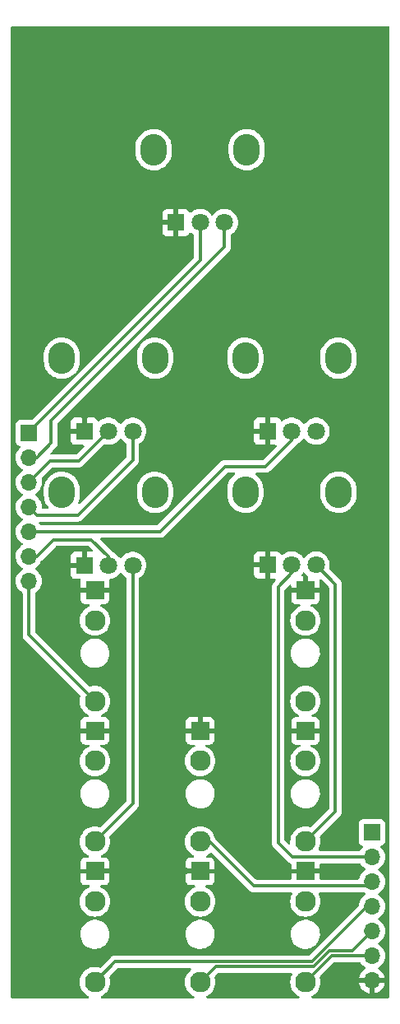
<source format=gbr>
%TF.GenerationSoftware,KiCad,Pcbnew,7.0.2-0*%
%TF.CreationDate,2023-10-10T18:06:45-05:00*%
%TF.ProjectId,Untitled,556e7469-746c-4656-942e-6b696361645f,rev?*%
%TF.SameCoordinates,Original*%
%TF.FileFunction,Copper,L1,Top*%
%TF.FilePolarity,Positive*%
%FSLAX46Y46*%
G04 Gerber Fmt 4.6, Leading zero omitted, Abs format (unit mm)*
G04 Created by KiCad (PCBNEW 7.0.2-0) date 2023-10-10 18:06:45*
%MOMM*%
%LPD*%
G01*
G04 APERTURE LIST*
%TA.AperFunction,ComponentPad*%
%ADD10R,1.930000X1.830000*%
%TD*%
%TA.AperFunction,ComponentPad*%
%ADD11C,2.130000*%
%TD*%
%TA.AperFunction,ComponentPad*%
%ADD12O,2.720000X3.240000*%
%TD*%
%TA.AperFunction,ComponentPad*%
%ADD13R,1.800000X1.800000*%
%TD*%
%TA.AperFunction,ComponentPad*%
%ADD14C,1.800000*%
%TD*%
%TA.AperFunction,ComponentPad*%
%ADD15R,1.700000X1.700000*%
%TD*%
%TA.AperFunction,ComponentPad*%
%ADD16O,1.700000X1.700000*%
%TD*%
%TA.AperFunction,ViaPad*%
%ADD17C,0.800000*%
%TD*%
%TA.AperFunction,Conductor*%
%ADD18C,0.500000*%
%TD*%
%TA.AperFunction,Conductor*%
%ADD19C,0.300000*%
%TD*%
G04 APERTURE END LIST*
D10*
%TO.P,J4,S*%
%TO.N,GND*%
X178650000Y-118650000D03*
D11*
%TO.P,J4,T*%
%TO.N,/sync_b*%
X178650000Y-130050000D03*
%TO.P,J4,TN*%
%TO.N,unconnected-(J4-PadTN)*%
X178650000Y-121750000D03*
%TD*%
D10*
%TO.P,J6,S*%
%TO.N,GND*%
X167800000Y-104200000D03*
D11*
%TO.P,J6,T*%
%TO.N,/voct_b*%
X167800000Y-115600000D03*
%TO.P,J6,TN*%
%TO.N,unconnected-(J6-PadTN)*%
X167800000Y-107300000D03*
%TD*%
D10*
%TO.P,J1,S*%
%TO.N,GND*%
X189500000Y-104200000D03*
D11*
%TO.P,J1,T*%
%TO.N,Net-(J1-PadT)*%
X189500000Y-115600000D03*
%TO.P,J1,TN*%
%TO.N,unconnected-(J1-PadTN)*%
X189500000Y-107300000D03*
%TD*%
D12*
%TO.P,RV6,*%
%TO.N,*%
X164400000Y-94125000D03*
X174000000Y-94125000D03*
D13*
%TO.P,RV6,1,1*%
%TO.N,GND*%
X166700000Y-101625000D03*
D14*
%TO.P,RV6,2,2*%
%TO.N,/cvmod_b*%
X169200000Y-101625000D03*
%TO.P,RV6,3,3*%
%TO.N,Net-(J8-PadT)*%
X171700000Y-101625000D03*
%TD*%
D10*
%TO.P,J2,S*%
%TO.N,GND*%
X189500000Y-118650000D03*
D11*
%TO.P,J2,T*%
%TO.N,Net-(J2-PadT)*%
X189500000Y-130050000D03*
%TO.P,J2,TN*%
%TO.N,+5V*%
X189500000Y-121750000D03*
%TD*%
D12*
%TO.P,RV4,*%
%TO.N,*%
X173850000Y-58875000D03*
X183450000Y-58875000D03*
D13*
%TO.P,RV4,1,1*%
%TO.N,GND*%
X176150000Y-66375000D03*
D14*
%TO.P,RV4,2,2*%
%TO.N,/coarse2_b*%
X178650000Y-66375000D03*
%TO.P,RV4,3,3*%
%TO.N,/coarse3_b*%
X181150000Y-66375000D03*
%TD*%
D12*
%TO.P,RV5,*%
%TO.N,*%
X164400000Y-80325000D03*
X174000000Y-80325000D03*
D13*
%TO.P,RV5,1,1*%
%TO.N,GND*%
X166700000Y-87825000D03*
D14*
%TO.P,RV5,2,2*%
%TO.N,/fine2_b*%
X169200000Y-87825000D03*
%TO.P,RV5,3,3*%
%TO.N,/fine3_b*%
X171700000Y-87825000D03*
%TD*%
D12*
%TO.P,RV3,*%
%TO.N,*%
X183300000Y-94100000D03*
X192900000Y-94100000D03*
D13*
%TO.P,RV3,1,1*%
%TO.N,GND*%
X185600000Y-101600000D03*
D14*
%TO.P,RV3,2,2*%
%TO.N,/pwm_b*%
X188100000Y-101600000D03*
%TO.P,RV3,3,3*%
%TO.N,Net-(J2-PadT)*%
X190600000Y-101600000D03*
%TD*%
D10*
%TO.P,J3,S*%
%TO.N,GND*%
X167800000Y-133100000D03*
D11*
%TO.P,J3,T*%
%TO.N,/pulse_b*%
X167800000Y-144500000D03*
%TO.P,J3,TN*%
%TO.N,unconnected-(J3-PadTN)*%
X167800000Y-136200000D03*
%TD*%
D10*
%TO.P,J9,S*%
%TO.N,GND*%
X189500000Y-133100000D03*
D11*
%TO.P,J9,T*%
%TO.N,/tri_b*%
X189500000Y-144500000D03*
%TO.P,J9,TN*%
%TO.N,unconnected-(J9-PadTN)*%
X189500000Y-136200000D03*
%TD*%
D10*
%TO.P,J5,S*%
%TO.N,GND*%
X178650000Y-133100000D03*
D11*
%TO.P,J5,T*%
%TO.N,/saw_b*%
X178650000Y-144500000D03*
%TO.P,J5,TN*%
%TO.N,unconnected-(J5-PadTN)*%
X178650000Y-136200000D03*
%TD*%
D10*
%TO.P,J8,S*%
%TO.N,GND*%
X167800000Y-118650000D03*
D11*
%TO.P,J8,T*%
%TO.N,Net-(J8-PadT)*%
X167800000Y-130050000D03*
%TO.P,J8,TN*%
%TO.N,unconnected-(J8-PadTN)*%
X167800000Y-121750000D03*
%TD*%
D12*
%TO.P,RV2,*%
%TO.N,*%
X183300000Y-80325000D03*
X192900000Y-80325000D03*
D13*
%TO.P,RV2,1,1*%
%TO.N,GND*%
X185600000Y-87825000D03*
D14*
%TO.P,RV2,2,2*%
%TO.N,/linfm_b*%
X188100000Y-87825000D03*
%TO.P,RV2,3,3*%
%TO.N,Net-(J1-PadT)*%
X190600000Y-87825000D03*
%TD*%
D15*
%TO.P,J13,1,Pin_1*%
%TO.N,+5V*%
X196350000Y-129100000D03*
D16*
%TO.P,J13,2,Pin_2*%
%TO.N,/pwm_b*%
X196350000Y-131640000D03*
%TO.P,J13,3,Pin_3*%
%TO.N,/sync_b*%
X196350000Y-134180000D03*
%TO.P,J13,4,Pin_4*%
%TO.N,/pulse_b*%
X196350000Y-136720000D03*
%TO.P,J13,5,Pin_5*%
%TO.N,/saw_b*%
X196350000Y-139260000D03*
%TO.P,J13,6,Pin_6*%
%TO.N,/tri_b*%
X196350000Y-141800000D03*
%TO.P,J13,7,Pin_7*%
%TO.N,GND*%
X196350000Y-144340000D03*
%TD*%
D15*
%TO.P,J10,1,Pin_1*%
%TO.N,/coarse2_b*%
X161000000Y-88000000D03*
D16*
%TO.P,J10,2,Pin_2*%
%TO.N,/coarse3_b*%
X161000000Y-90540000D03*
%TO.P,J10,3,Pin_3*%
%TO.N,/fine2_b*%
X161000000Y-93080000D03*
%TO.P,J10,4,Pin_4*%
%TO.N,/fine3_b*%
X161000000Y-95620000D03*
%TO.P,J10,5,Pin_5*%
%TO.N,/linfm_b*%
X161000000Y-98160000D03*
%TO.P,J10,6,Pin_6*%
%TO.N,/cvmod_b*%
X161000000Y-100700000D03*
%TO.P,J10,7,Pin_7*%
%TO.N,/voct_b*%
X161000000Y-103240000D03*
%TD*%
D17*
%TO.N,GND*%
X169550000Y-133100000D03*
X177050000Y-133100000D03*
X166050000Y-118650000D03*
X164950000Y-101600000D03*
X185600000Y-86100000D03*
X166050000Y-104200000D03*
X175700000Y-144300000D03*
X186400000Y-144300000D03*
X191200000Y-118650000D03*
X166700000Y-86200000D03*
X191300000Y-133100000D03*
X183850000Y-101600000D03*
X168050000Y-91700000D03*
X176900000Y-118650000D03*
X176150000Y-64550000D03*
%TD*%
D18*
%TO.N,GND*%
X176150000Y-66375000D02*
X176150000Y-64550000D01*
X178650000Y-133100000D02*
X177050000Y-133100000D01*
X167800000Y-133100000D02*
X169550000Y-133100000D01*
X166700000Y-87825000D02*
X166700000Y-86200000D01*
X167800000Y-104200000D02*
X166050000Y-104200000D01*
X167800000Y-118650000D02*
X166050000Y-118650000D01*
X185600000Y-87825000D02*
X185600000Y-86100000D01*
X189500000Y-133100000D02*
X191300000Y-133100000D01*
X164975000Y-101625000D02*
X164950000Y-101600000D01*
X166700000Y-101625000D02*
X164975000Y-101625000D01*
X178650000Y-118650000D02*
X176900000Y-118650000D01*
X189500000Y-118650000D02*
X191200000Y-118650000D01*
X185600000Y-101600000D02*
X183850000Y-101600000D01*
D19*
%TO.N,Net-(J2-PadT)*%
X189500000Y-130050000D02*
X192600000Y-126950000D01*
X192600000Y-103600000D02*
X190600000Y-101600000D01*
X192600000Y-126950000D02*
X192600000Y-103600000D01*
%TO.N,/pulse_b*%
X195865788Y-136720000D02*
X190185788Y-142400000D01*
X196350000Y-136720000D02*
X195865788Y-136720000D01*
X169900000Y-142400000D02*
X167800000Y-144500000D01*
X190185788Y-142400000D02*
X169900000Y-142400000D01*
%TO.N,/sync_b*%
X184150000Y-134600000D02*
X179600000Y-130050000D01*
X196350000Y-134180000D02*
X195930000Y-134600000D01*
X195930000Y-134600000D02*
X184150000Y-134600000D01*
X179600000Y-130050000D02*
X178650000Y-130050000D01*
%TO.N,/saw_b*%
X180250000Y-142900000D02*
X178650000Y-144500000D01*
X191992894Y-141300000D02*
X190392894Y-142900000D01*
X190392894Y-142900000D02*
X180250000Y-142900000D01*
X196350000Y-139260000D02*
X194310000Y-141300000D01*
X194310000Y-141300000D02*
X191992894Y-141300000D01*
%TO.N,/voct_b*%
X161000000Y-108800000D02*
X167800000Y-115600000D01*
X161000000Y-103240000D02*
X161000000Y-108800000D01*
%TO.N,Net-(J8-PadT)*%
X167800000Y-130050000D02*
X171700000Y-126150000D01*
X171700000Y-126150000D02*
X171700000Y-101625000D01*
%TO.N,/tri_b*%
X192200000Y-141800000D02*
X189500000Y-144500000D01*
X196350000Y-141800000D02*
X192200000Y-141800000D01*
%TO.N,/pwm_b*%
X188100000Y-102450000D02*
X188100000Y-101600000D01*
X188140000Y-131640000D02*
X186700000Y-130200000D01*
X186700000Y-130200000D02*
X186700000Y-103850000D01*
X196350000Y-131640000D02*
X188140000Y-131640000D01*
X186700000Y-103850000D02*
X188100000Y-102450000D01*
%TO.N,/coarse2_b*%
X178650000Y-70250000D02*
X178650000Y-66375000D01*
X161000000Y-87900000D02*
X178650000Y-70250000D01*
X161000000Y-88000000D02*
X161000000Y-87900000D01*
%TO.N,/coarse3_b*%
X163300000Y-89050000D02*
X161810000Y-90540000D01*
X161810000Y-90540000D02*
X161000000Y-90540000D01*
X163300000Y-86750000D02*
X163300000Y-89050000D01*
X181150000Y-66375000D02*
X181150000Y-68900000D01*
X181150000Y-68900000D02*
X163300000Y-86750000D01*
%TO.N,/fine2_b*%
X169200000Y-87825000D02*
X166125000Y-90900000D01*
X166125000Y-90900000D02*
X163180000Y-90900000D01*
X163180000Y-90900000D02*
X161000000Y-93080000D01*
%TO.N,/fine3_b*%
X171700000Y-90800000D02*
X166030000Y-96470000D01*
X171700000Y-87825000D02*
X171700000Y-90800000D01*
X166030000Y-96470000D02*
X161850000Y-96470000D01*
X161850000Y-96470000D02*
X161000000Y-95620000D01*
%TO.N,/cvmod_b*%
X169200000Y-100750000D02*
X169200000Y-101625000D01*
X163500000Y-99000000D02*
X167450000Y-99000000D01*
X167450000Y-99000000D02*
X169200000Y-100750000D01*
X161800000Y-100700000D02*
X163500000Y-99000000D01*
X161000000Y-100700000D02*
X161800000Y-100700000D01*
%TO.N,/linfm_b*%
X174490000Y-98160000D02*
X181200000Y-91450000D01*
X188100000Y-88750000D02*
X188100000Y-87825000D01*
X161000000Y-98160000D02*
X174490000Y-98160000D01*
X181200000Y-91450000D02*
X185400000Y-91450000D01*
X185400000Y-91450000D02*
X188100000Y-88750000D01*
%TD*%
%TA.AperFunction,Conductor*%
%TO.N,GND*%
G36*
X170531904Y-88605916D02*
G01*
X170553807Y-88631192D01*
X170591021Y-88688153D01*
X170744154Y-88854500D01*
X170748219Y-88858916D01*
X170931368Y-89001466D01*
X170931370Y-89001467D01*
X170931374Y-89001470D01*
X170984517Y-89030229D01*
X171034107Y-89079447D01*
X171049500Y-89139284D01*
X171049500Y-90479192D01*
X171029815Y-90546231D01*
X171013181Y-90566873D01*
X166301756Y-95278297D01*
X166240433Y-95311782D01*
X166170741Y-95306798D01*
X166114808Y-95264926D01*
X166090391Y-95199462D01*
X166101799Y-95137984D01*
X166142386Y-95051406D01*
X166220847Y-94790611D01*
X166260500Y-94521171D01*
X166260500Y-93797000D01*
X166245597Y-93593384D01*
X166234521Y-93543663D01*
X166186383Y-93327561D01*
X166181735Y-93315408D01*
X166089093Y-93073186D01*
X165955804Y-92835690D01*
X165814145Y-92652236D01*
X165789354Y-92620130D01*
X165593295Y-92431105D01*
X165371800Y-92272640D01*
X165129602Y-92148117D01*
X165129598Y-92148115D01*
X165129597Y-92148115D01*
X164990026Y-92100500D01*
X164871836Y-92060179D01*
X164604029Y-92010713D01*
X164331869Y-92000767D01*
X164061162Y-92030553D01*
X163797674Y-92099438D01*
X163547024Y-92205953D01*
X163314556Y-92347826D01*
X163105223Y-92522035D01*
X163105221Y-92522037D01*
X163017329Y-92620130D01*
X162923480Y-92724871D01*
X162773210Y-92952005D01*
X162657615Y-93198589D01*
X162586674Y-93434389D01*
X162579153Y-93459389D01*
X162539500Y-93728829D01*
X162539500Y-94453000D01*
X162539664Y-94455249D01*
X162539665Y-94455259D01*
X162554402Y-94656617D01*
X162613616Y-94922438D01*
X162662943Y-95051407D01*
X162710907Y-95176814D01*
X162844196Y-95414310D01*
X163002805Y-95619715D01*
X163028197Y-95684807D01*
X163014367Y-95753294D01*
X162965706Y-95803432D01*
X162904659Y-95819500D01*
X162473527Y-95819500D01*
X162406488Y-95799815D01*
X162360733Y-95747011D01*
X162349999Y-95684692D01*
X162354796Y-95629869D01*
X162355659Y-95620000D01*
X162335063Y-95384592D01*
X162273903Y-95156337D01*
X162174035Y-94942171D01*
X162038495Y-94748599D01*
X161871401Y-94581505D01*
X161685839Y-94451573D01*
X161642216Y-94396998D01*
X161635022Y-94327500D01*
X161666545Y-94265145D01*
X161685837Y-94248428D01*
X161871401Y-94118495D01*
X162038495Y-93951401D01*
X162174035Y-93757830D01*
X162273903Y-93543663D01*
X162335063Y-93315408D01*
X162355659Y-93080000D01*
X162335063Y-92844592D01*
X162315615Y-92772010D01*
X162317278Y-92702161D01*
X162347709Y-92652236D01*
X162876829Y-92123117D01*
X163413126Y-91586819D01*
X163474450Y-91553334D01*
X163500808Y-91550500D01*
X166039495Y-91550500D01*
X166060704Y-91552841D01*
X166063294Y-91552759D01*
X166063296Y-91552760D01*
X166133262Y-91550560D01*
X166137157Y-91550500D01*
X166162025Y-91550500D01*
X166165925Y-91550500D01*
X166170294Y-91549947D01*
X166181939Y-91549030D01*
X166227569Y-91547597D01*
X166247949Y-91541675D01*
X166266989Y-91537732D01*
X166288058Y-91535071D01*
X166330520Y-91518258D01*
X166341557Y-91514480D01*
X166385398Y-91501744D01*
X166403670Y-91490936D01*
X166421136Y-91482380D01*
X166440871Y-91474568D01*
X166477816Y-91447725D01*
X166487548Y-91441332D01*
X166526865Y-91418081D01*
X166541874Y-91403071D01*
X166556663Y-91390439D01*
X166573837Y-91377963D01*
X166602946Y-91342774D01*
X166610790Y-91334154D01*
X168727800Y-89217144D01*
X168789121Y-89183661D01*
X168844667Y-89186902D01*
X168844884Y-89185607D01*
X168956109Y-89204167D01*
X169083951Y-89225500D01*
X169083952Y-89225500D01*
X169316048Y-89225500D01*
X169316049Y-89225500D01*
X169544981Y-89187298D01*
X169764503Y-89111936D01*
X169968626Y-89001470D01*
X170151784Y-88858913D01*
X170308979Y-88688153D01*
X170346192Y-88631194D01*
X170399337Y-88585838D01*
X170468568Y-88576414D01*
X170531904Y-88605916D01*
G37*
%TD.AperFunction*%
%TA.AperFunction,Conductor*%
G36*
X198092539Y-46170185D02*
G01*
X198138294Y-46222989D01*
X198149500Y-46274500D01*
X198149500Y-146025500D01*
X198129815Y-146092539D01*
X198077011Y-146138294D01*
X198025500Y-146149500D01*
X190231993Y-146149500D01*
X190164954Y-146129815D01*
X190119199Y-146077011D01*
X190109255Y-146007853D01*
X190138280Y-145944297D01*
X190184538Y-145910939D01*
X190212920Y-145899184D01*
X190423023Y-145770433D01*
X190610399Y-145610399D01*
X190770433Y-145423023D01*
X190899184Y-145212920D01*
X190993483Y-144985262D01*
X191051007Y-144745655D01*
X191070341Y-144500000D01*
X191051007Y-144254345D01*
X190993483Y-144014738D01*
X190992604Y-144011075D01*
X190996095Y-143941292D01*
X191025495Y-143894449D01*
X192433126Y-142486819D01*
X192494450Y-142453334D01*
X192520808Y-142450500D01*
X195092277Y-142450500D01*
X195159316Y-142470185D01*
X195193851Y-142503376D01*
X195311504Y-142671400D01*
X195311505Y-142671401D01*
X195478599Y-142838495D01*
X195664596Y-142968732D01*
X195708219Y-143023307D01*
X195715412Y-143092806D01*
X195683890Y-143155160D01*
X195664595Y-143171880D01*
X195478919Y-143301892D01*
X195311890Y-143468921D01*
X195176400Y-143662421D01*
X195076569Y-143876507D01*
X195019364Y-144089999D01*
X195019364Y-144090000D01*
X195916314Y-144090000D01*
X195890507Y-144130156D01*
X195850000Y-144268111D01*
X195850000Y-144411889D01*
X195890507Y-144549844D01*
X195916314Y-144590000D01*
X195019364Y-144590000D01*
X195076569Y-144803492D01*
X195176399Y-145017576D01*
X195311893Y-145211081D01*
X195478918Y-145378106D01*
X195672423Y-145513600D01*
X195886509Y-145613430D01*
X196100000Y-145670634D01*
X196100000Y-144775501D01*
X196207685Y-144824680D01*
X196314237Y-144840000D01*
X196385763Y-144840000D01*
X196492315Y-144824680D01*
X196600000Y-144775501D01*
X196600000Y-145670633D01*
X196813490Y-145613430D01*
X197027576Y-145513600D01*
X197221081Y-145378106D01*
X197388106Y-145211081D01*
X197523600Y-145017576D01*
X197623430Y-144803492D01*
X197680636Y-144590000D01*
X196783686Y-144590000D01*
X196809493Y-144549844D01*
X196850000Y-144411889D01*
X196850000Y-144268111D01*
X196809493Y-144130156D01*
X196783686Y-144090000D01*
X197680636Y-144090000D01*
X197680635Y-144089999D01*
X197623430Y-143876507D01*
X197523599Y-143662421D01*
X197388109Y-143468921D01*
X197221081Y-143301893D01*
X197035404Y-143171880D01*
X196991780Y-143117303D01*
X196984587Y-143047804D01*
X197016109Y-142985450D01*
X197035399Y-142968734D01*
X197221401Y-142838495D01*
X197388495Y-142671401D01*
X197524035Y-142477830D01*
X197623903Y-142263663D01*
X197685063Y-142035408D01*
X197705659Y-141800000D01*
X197685063Y-141564592D01*
X197623903Y-141336337D01*
X197524035Y-141122171D01*
X197388495Y-140928599D01*
X197221401Y-140761505D01*
X197035839Y-140631573D01*
X196992216Y-140576998D01*
X196985022Y-140507500D01*
X197016545Y-140445145D01*
X197035837Y-140428428D01*
X197221401Y-140298495D01*
X197388495Y-140131401D01*
X197524035Y-139937830D01*
X197623903Y-139723663D01*
X197685063Y-139495408D01*
X197705659Y-139260000D01*
X197685063Y-139024592D01*
X197623903Y-138796337D01*
X197524035Y-138582171D01*
X197388495Y-138388599D01*
X197221401Y-138221505D01*
X197035839Y-138091573D01*
X196992216Y-138036998D01*
X196985022Y-137967500D01*
X197016545Y-137905145D01*
X197035837Y-137888428D01*
X197221401Y-137758495D01*
X197388495Y-137591401D01*
X197524035Y-137397830D01*
X197623903Y-137183663D01*
X197685063Y-136955408D01*
X197705659Y-136720000D01*
X197685063Y-136484592D01*
X197623903Y-136256337D01*
X197524035Y-136042171D01*
X197388495Y-135848599D01*
X197221401Y-135681505D01*
X197035839Y-135551573D01*
X196992216Y-135496998D01*
X196985022Y-135427500D01*
X197016545Y-135365145D01*
X197035837Y-135348428D01*
X197221401Y-135218495D01*
X197388495Y-135051401D01*
X197524035Y-134857830D01*
X197623903Y-134643663D01*
X197685063Y-134415408D01*
X197705659Y-134180000D01*
X197685063Y-133944592D01*
X197623903Y-133716337D01*
X197524035Y-133502171D01*
X197388495Y-133308599D01*
X197221401Y-133141505D01*
X197035839Y-133011573D01*
X196992217Y-132956998D01*
X196985024Y-132887499D01*
X197016546Y-132825145D01*
X197035837Y-132808428D01*
X197221401Y-132678495D01*
X197388495Y-132511401D01*
X197524035Y-132317830D01*
X197623903Y-132103663D01*
X197685063Y-131875408D01*
X197705659Y-131640000D01*
X197702247Y-131601007D01*
X197685063Y-131404592D01*
X197635869Y-131220997D01*
X197623903Y-131176337D01*
X197524035Y-130962171D01*
X197388495Y-130768599D01*
X197266569Y-130646673D01*
X197233084Y-130585350D01*
X197238068Y-130515658D01*
X197279940Y-130459725D01*
X197310915Y-130442810D01*
X197442331Y-130393796D01*
X197557546Y-130307546D01*
X197643796Y-130192331D01*
X197694091Y-130057483D01*
X197700500Y-129997873D01*
X197700499Y-128202128D01*
X197694091Y-128142517D01*
X197643796Y-128007669D01*
X197557546Y-127892454D01*
X197442331Y-127806204D01*
X197307483Y-127755909D01*
X197247873Y-127749500D01*
X197244550Y-127749500D01*
X195455439Y-127749500D01*
X195455420Y-127749500D01*
X195452128Y-127749501D01*
X195448848Y-127749853D01*
X195448840Y-127749854D01*
X195392515Y-127755909D01*
X195257669Y-127806204D01*
X195142454Y-127892454D01*
X195056204Y-128007668D01*
X195005910Y-128142515D01*
X195005909Y-128142517D01*
X194999500Y-128202127D01*
X194999500Y-128205448D01*
X194999500Y-128205449D01*
X194999500Y-129994560D01*
X194999500Y-129994578D01*
X194999501Y-129997872D01*
X194999853Y-130001152D01*
X194999854Y-130001159D01*
X195005909Y-130057483D01*
X195056204Y-130192331D01*
X195142454Y-130307546D01*
X195257669Y-130393796D01*
X195369907Y-130435658D01*
X195389082Y-130442810D01*
X195445016Y-130484681D01*
X195469433Y-130550146D01*
X195454581Y-130618419D01*
X195433431Y-130646673D01*
X195311503Y-130768601D01*
X195193854Y-130936623D01*
X195139277Y-130980248D01*
X195092279Y-130989500D01*
X190981753Y-130989500D01*
X190914714Y-130969815D01*
X190868959Y-130917011D01*
X190859015Y-130847853D01*
X190876026Y-130800710D01*
X190899184Y-130762920D01*
X190993483Y-130535262D01*
X191051007Y-130295655D01*
X191070341Y-130050000D01*
X191051007Y-129804345D01*
X191018002Y-129666871D01*
X190992604Y-129561075D01*
X190996095Y-129491292D01*
X191025495Y-129444449D01*
X192999513Y-127470431D01*
X193016162Y-127457094D01*
X193017936Y-127455204D01*
X193017940Y-127455202D01*
X193065897Y-127404131D01*
X193068515Y-127401429D01*
X193088911Y-127381035D01*
X193091610Y-127377554D01*
X193099184Y-127368685D01*
X193130448Y-127335393D01*
X193140675Y-127316787D01*
X193151348Y-127300539D01*
X193164362Y-127283764D01*
X193182491Y-127241868D01*
X193187631Y-127231377D01*
X193209627Y-127191368D01*
X193214906Y-127170805D01*
X193221204Y-127152406D01*
X193229635Y-127132926D01*
X193236777Y-127087824D01*
X193239145Y-127076397D01*
X193250500Y-127032177D01*
X193250500Y-127010954D01*
X193252027Y-126991554D01*
X193255347Y-126970595D01*
X193251050Y-126925139D01*
X193250500Y-126913470D01*
X193250500Y-103685502D01*
X193252841Y-103664299D01*
X193252759Y-103661705D01*
X193252760Y-103661703D01*
X193250561Y-103591736D01*
X193250500Y-103587841D01*
X193250500Y-103562976D01*
X193250500Y-103559075D01*
X193249948Y-103554709D01*
X193249030Y-103543055D01*
X193247597Y-103497431D01*
X193241675Y-103477048D01*
X193237732Y-103458011D01*
X193235071Y-103436942D01*
X193218264Y-103394492D01*
X193214483Y-103383448D01*
X193201745Y-103339604D01*
X193201744Y-103339603D01*
X193201744Y-103339601D01*
X193190934Y-103321322D01*
X193182380Y-103303862D01*
X193174568Y-103284129D01*
X193147723Y-103247180D01*
X193141332Y-103237451D01*
X193118081Y-103198135D01*
X193103068Y-103183122D01*
X193090435Y-103168330D01*
X193077963Y-103151163D01*
X193042779Y-103122056D01*
X193034140Y-103114194D01*
X191988493Y-102068547D01*
X191955008Y-102007224D01*
X191955968Y-101950426D01*
X191986134Y-101831305D01*
X192005300Y-101600000D01*
X191986134Y-101368695D01*
X191929157Y-101143700D01*
X191835924Y-100931151D01*
X191708979Y-100736847D01*
X191551784Y-100566087D01*
X191368626Y-100423530D01*
X191164503Y-100313064D01*
X191164499Y-100313062D01*
X191164498Y-100313062D01*
X190944984Y-100237702D01*
X190757398Y-100206400D01*
X190716049Y-100199500D01*
X190483951Y-100199500D01*
X190442602Y-100206400D01*
X190255015Y-100237702D01*
X190035501Y-100313062D01*
X190035497Y-100313063D01*
X190035497Y-100313064D01*
X189934334Y-100367811D01*
X189831372Y-100423531D01*
X189648215Y-100566087D01*
X189565923Y-100655481D01*
X189491021Y-100736847D01*
X189474689Y-100761846D01*
X189453809Y-100793805D01*
X189400662Y-100839161D01*
X189331431Y-100848585D01*
X189268095Y-100819083D01*
X189246191Y-100793805D01*
X189208979Y-100736847D01*
X189051784Y-100566087D01*
X188868626Y-100423530D01*
X188664503Y-100313064D01*
X188664499Y-100313062D01*
X188664498Y-100313062D01*
X188444984Y-100237702D01*
X188257398Y-100206400D01*
X188216049Y-100199500D01*
X187983951Y-100199500D01*
X187942602Y-100206400D01*
X187755015Y-100237702D01*
X187535501Y-100313062D01*
X187535497Y-100313063D01*
X187535497Y-100313064D01*
X187434334Y-100367811D01*
X187331372Y-100423531D01*
X187154023Y-100561567D01*
X187089029Y-100587209D01*
X187020489Y-100573642D01*
X186970164Y-100525174D01*
X186961679Y-100507046D01*
X186943352Y-100457911D01*
X186857188Y-100342811D01*
X186742089Y-100256647D01*
X186607371Y-100206400D01*
X186551132Y-100200354D01*
X186544518Y-100200000D01*
X185850000Y-100200000D01*
X185850000Y-101164498D01*
X185742315Y-101115320D01*
X185635763Y-101100000D01*
X185564237Y-101100000D01*
X185457685Y-101115320D01*
X185350000Y-101164498D01*
X185350000Y-100200000D01*
X184655482Y-100200000D01*
X184648867Y-100200354D01*
X184592628Y-100206400D01*
X184457910Y-100256647D01*
X184342811Y-100342811D01*
X184256647Y-100457910D01*
X184206400Y-100592628D01*
X184200354Y-100648867D01*
X184200000Y-100655481D01*
X184200000Y-101350000D01*
X185166314Y-101350000D01*
X185140507Y-101390156D01*
X185100000Y-101528111D01*
X185100000Y-101671889D01*
X185140507Y-101809844D01*
X185166314Y-101850000D01*
X184200000Y-101850000D01*
X184200000Y-102544518D01*
X184200354Y-102551132D01*
X184206400Y-102607371D01*
X184256647Y-102742089D01*
X184342811Y-102857188D01*
X184457910Y-102943352D01*
X184592628Y-102993599D01*
X184648867Y-102999645D01*
X184655482Y-103000000D01*
X185350000Y-103000000D01*
X185350000Y-102035501D01*
X185457685Y-102084680D01*
X185564237Y-102100000D01*
X185635763Y-102100000D01*
X185742315Y-102084680D01*
X185850000Y-102035501D01*
X185850000Y-103000000D01*
X186330691Y-103000000D01*
X186397730Y-103019685D01*
X186443485Y-103072489D01*
X186453429Y-103141647D01*
X186424404Y-103205203D01*
X186418385Y-103211667D01*
X186345924Y-103284129D01*
X186300484Y-103329569D01*
X186283830Y-103342911D01*
X186234133Y-103395833D01*
X186231428Y-103398625D01*
X186211089Y-103418965D01*
X186208713Y-103422027D01*
X186208702Y-103422040D01*
X186208378Y-103422459D01*
X186200806Y-103431323D01*
X186169550Y-103464607D01*
X186159322Y-103483212D01*
X186148645Y-103499467D01*
X186135636Y-103516238D01*
X186117506Y-103558132D01*
X186112370Y-103568616D01*
X186090372Y-103608632D01*
X186085091Y-103629199D01*
X186078791Y-103647600D01*
X186070364Y-103667074D01*
X186063223Y-103712161D01*
X186060855Y-103723593D01*
X186058106Y-103734306D01*
X186049500Y-103767824D01*
X186049500Y-103789045D01*
X186047973Y-103808443D01*
X186044653Y-103829405D01*
X186048950Y-103874858D01*
X186049500Y-103886528D01*
X186049500Y-130114494D01*
X186047158Y-130135702D01*
X186049439Y-130208262D01*
X186049500Y-130212156D01*
X186049500Y-130240925D01*
X186049987Y-130244785D01*
X186049989Y-130244808D01*
X186050054Y-130245320D01*
X186050968Y-130256942D01*
X186052402Y-130302569D01*
X186058323Y-130322950D01*
X186062267Y-130341995D01*
X186064928Y-130363059D01*
X186081737Y-130405515D01*
X186085520Y-130416563D01*
X186098256Y-130460400D01*
X186109061Y-130478670D01*
X186117621Y-130496143D01*
X186125431Y-130515869D01*
X186152267Y-130552808D01*
X186158673Y-130562560D01*
X186181919Y-130601865D01*
X186181921Y-130601867D01*
X186196925Y-130616871D01*
X186209564Y-130631669D01*
X186222037Y-130648837D01*
X186257212Y-130677936D01*
X186265854Y-130685800D01*
X187619564Y-132039510D01*
X187632911Y-132056169D01*
X187685832Y-132105864D01*
X187688629Y-132108575D01*
X187708966Y-132128912D01*
X187712037Y-132131294D01*
X187712438Y-132131605D01*
X187721324Y-132139193D01*
X187754607Y-132170448D01*
X187773198Y-132180668D01*
X187789462Y-132191351D01*
X187806235Y-132204362D01*
X187848138Y-132222495D01*
X187858626Y-132227633D01*
X187898632Y-132249627D01*
X187919197Y-132254906D01*
X187937586Y-132261202D01*
X187957074Y-132269636D01*
X187957077Y-132269636D01*
X187960251Y-132271010D01*
X188013957Y-132315703D01*
X188034975Y-132382336D01*
X188035000Y-132384810D01*
X188035000Y-132850000D01*
X188943480Y-132850000D01*
X188915245Y-132910002D01*
X188886365Y-133061393D01*
X188896043Y-133215211D01*
X188939838Y-133350000D01*
X188035000Y-133350000D01*
X188035000Y-133825500D01*
X188015315Y-133892539D01*
X187962511Y-133938294D01*
X187911000Y-133949500D01*
X184470808Y-133949500D01*
X184403769Y-133929815D01*
X184383127Y-133913181D01*
X180202583Y-129732637D01*
X180169690Y-129673902D01*
X180143483Y-129564739D01*
X180143483Y-129564738D01*
X180049184Y-129337080D01*
X179920433Y-129126977D01*
X179760399Y-128939601D01*
X179573023Y-128779567D01*
X179362920Y-128650816D01*
X179197682Y-128582372D01*
X179135261Y-128556516D01*
X178895656Y-128498993D01*
X178772827Y-128489325D01*
X178650000Y-128479659D01*
X178649999Y-128479659D01*
X178404343Y-128498993D01*
X178164738Y-128556516D01*
X177937078Y-128650817D01*
X177726978Y-128779566D01*
X177539601Y-128939601D01*
X177379566Y-129126978D01*
X177250817Y-129337078D01*
X177156516Y-129564738D01*
X177098993Y-129804343D01*
X177079659Y-130049999D01*
X177098993Y-130295656D01*
X177156516Y-130535261D01*
X177193179Y-130623773D01*
X177250816Y-130762920D01*
X177379567Y-130973023D01*
X177539601Y-131160399D01*
X177726977Y-131320433D01*
X177937080Y-131449184D01*
X177945401Y-131454283D01*
X177943677Y-131457094D01*
X177984858Y-131490281D01*
X178006922Y-131556575D01*
X177989642Y-131624275D01*
X177938504Y-131671885D01*
X177883001Y-131685000D01*
X177640482Y-131685000D01*
X177633867Y-131685354D01*
X177577628Y-131691400D01*
X177442910Y-131741647D01*
X177327811Y-131827811D01*
X177241647Y-131942910D01*
X177191400Y-132077628D01*
X177185354Y-132133867D01*
X177185000Y-132140481D01*
X177185000Y-132850000D01*
X178093480Y-132850000D01*
X178065245Y-132910002D01*
X178036365Y-133061393D01*
X178046043Y-133215211D01*
X178089838Y-133350000D01*
X177185000Y-133350000D01*
X177185000Y-134059518D01*
X177185354Y-134066132D01*
X177191400Y-134122371D01*
X177241647Y-134257089D01*
X177327811Y-134372188D01*
X177442910Y-134458352D01*
X177577628Y-134508599D01*
X177633867Y-134514645D01*
X177640482Y-134515000D01*
X178003711Y-134515000D01*
X178070750Y-134534685D01*
X178116505Y-134587489D01*
X178126449Y-134656647D01*
X178097424Y-134720203D01*
X178051164Y-134753561D01*
X177937078Y-134800817D01*
X177726978Y-134929566D01*
X177539601Y-135089601D01*
X177379566Y-135276978D01*
X177250817Y-135487078D01*
X177156516Y-135714738D01*
X177098993Y-135954343D01*
X177079659Y-136200000D01*
X177098993Y-136445656D01*
X177156516Y-136685261D01*
X177170906Y-136720000D01*
X177250816Y-136912920D01*
X177379567Y-137123023D01*
X177539601Y-137310399D01*
X177726977Y-137470433D01*
X177937080Y-137599184D01*
X178164738Y-137693483D01*
X178404345Y-137751007D01*
X178650000Y-137770341D01*
X178895655Y-137751007D01*
X179135262Y-137693483D01*
X179362920Y-137599184D01*
X179573023Y-137470433D01*
X179760399Y-137310399D01*
X179920433Y-137123023D01*
X180049184Y-136912920D01*
X180143483Y-136685262D01*
X180201007Y-136445655D01*
X180220341Y-136200000D01*
X180201007Y-135954345D01*
X180143483Y-135714738D01*
X180049184Y-135487080D01*
X179920433Y-135276977D01*
X179760399Y-135089601D01*
X179573023Y-134929567D01*
X179362920Y-134800816D01*
X179248835Y-134753560D01*
X179194433Y-134709720D01*
X179172368Y-134643426D01*
X179189647Y-134575726D01*
X179240785Y-134528116D01*
X179296289Y-134515000D01*
X179659518Y-134515000D01*
X179666132Y-134514645D01*
X179722371Y-134508599D01*
X179857089Y-134458352D01*
X179972188Y-134372188D01*
X180058352Y-134257089D01*
X180108599Y-134122371D01*
X180114645Y-134066132D01*
X180115000Y-134059518D01*
X180115000Y-133350000D01*
X179206520Y-133350000D01*
X179234755Y-133289998D01*
X179263635Y-133138607D01*
X179253957Y-132984789D01*
X179210162Y-132850000D01*
X180115000Y-132850000D01*
X180115000Y-132140481D01*
X180114645Y-132133867D01*
X180108599Y-132077628D01*
X180058352Y-131942910D01*
X179972188Y-131827811D01*
X179857089Y-131741647D01*
X179722371Y-131691400D01*
X179666132Y-131685354D01*
X179659518Y-131685000D01*
X179416999Y-131685000D01*
X179349960Y-131665315D01*
X179304205Y-131612511D01*
X179294261Y-131543353D01*
X179323286Y-131479797D01*
X179355845Y-131456317D01*
X179354599Y-131454283D01*
X179362920Y-131449184D01*
X179573023Y-131320433D01*
X179689448Y-131220996D01*
X179753209Y-131192426D01*
X179822294Y-131202863D01*
X179857660Y-131227606D01*
X183629564Y-134999510D01*
X183642911Y-135016169D01*
X183695832Y-135065864D01*
X183698629Y-135068575D01*
X183718966Y-135088912D01*
X183722037Y-135091294D01*
X183722438Y-135091605D01*
X183731324Y-135099193D01*
X183764607Y-135130448D01*
X183783198Y-135140668D01*
X183799462Y-135151351D01*
X183816235Y-135164362D01*
X183858138Y-135182495D01*
X183868626Y-135187633D01*
X183908632Y-135209627D01*
X183929197Y-135214906D01*
X183947593Y-135221205D01*
X183967074Y-135229636D01*
X184012178Y-135236779D01*
X184023597Y-135239144D01*
X184067823Y-135250500D01*
X184089045Y-135250500D01*
X184108443Y-135252026D01*
X184129405Y-135255347D01*
X184174863Y-135251049D01*
X184186531Y-135250500D01*
X188024375Y-135250500D01*
X188091414Y-135270185D01*
X188137169Y-135322989D01*
X188147113Y-135392147D01*
X188130102Y-135439290D01*
X188100817Y-135487078D01*
X188006516Y-135714738D01*
X187948993Y-135954343D01*
X187929659Y-136199999D01*
X187948993Y-136445656D01*
X188006516Y-136685261D01*
X188020906Y-136720000D01*
X188100816Y-136912920D01*
X188229567Y-137123023D01*
X188389601Y-137310399D01*
X188576977Y-137470433D01*
X188787080Y-137599184D01*
X189014738Y-137693483D01*
X189254345Y-137751007D01*
X189500000Y-137770341D01*
X189745655Y-137751007D01*
X189985262Y-137693483D01*
X190212920Y-137599184D01*
X190423023Y-137470433D01*
X190610399Y-137310399D01*
X190770433Y-137123023D01*
X190899184Y-136912920D01*
X190993483Y-136685262D01*
X191051007Y-136445655D01*
X191070341Y-136200000D01*
X191051007Y-135954345D01*
X190993483Y-135714738D01*
X190899184Y-135487080D01*
X190869897Y-135439289D01*
X190851653Y-135371844D01*
X190872769Y-135305242D01*
X190926541Y-135260628D01*
X190975625Y-135250500D01*
X195485209Y-135250500D01*
X195552248Y-135270185D01*
X195556332Y-135272925D01*
X195664158Y-135348425D01*
X195707783Y-135403002D01*
X195714977Y-135472500D01*
X195683454Y-135534855D01*
X195664159Y-135551575D01*
X195478595Y-135681508D01*
X195311505Y-135848598D01*
X195175965Y-136042170D01*
X195076097Y-136256336D01*
X195014936Y-136484592D01*
X195002924Y-136621890D01*
X194977471Y-136686958D01*
X194967077Y-136698763D01*
X189952661Y-141713181D01*
X189891338Y-141746666D01*
X189864980Y-141749500D01*
X169985504Y-141749500D01*
X169964294Y-141747158D01*
X169891737Y-141749439D01*
X169887842Y-141749500D01*
X169859075Y-141749500D01*
X169855213Y-141749987D01*
X169855192Y-141749989D01*
X169854681Y-141750054D01*
X169843059Y-141750968D01*
X169797430Y-141752402D01*
X169777051Y-141758323D01*
X169758007Y-141762267D01*
X169743639Y-141764082D01*
X169736941Y-141764929D01*
X169694490Y-141781736D01*
X169683443Y-141785518D01*
X169639598Y-141798256D01*
X169621330Y-141809060D01*
X169603864Y-141817617D01*
X169584129Y-141825431D01*
X169547202Y-141852260D01*
X169537442Y-141858671D01*
X169498136Y-141881917D01*
X169483125Y-141896928D01*
X169468336Y-141909558D01*
X169451164Y-141922034D01*
X169422057Y-141957218D01*
X169414196Y-141965856D01*
X168405550Y-142974502D01*
X168344227Y-143007987D01*
X168288922Y-143007395D01*
X168045656Y-142948993D01*
X167800000Y-142929659D01*
X167554343Y-142948993D01*
X167314738Y-143006516D01*
X167087078Y-143100817D01*
X166876978Y-143229566D01*
X166689601Y-143389601D01*
X166529566Y-143576978D01*
X166400817Y-143787078D01*
X166306516Y-144014738D01*
X166248993Y-144254343D01*
X166229659Y-144500000D01*
X166248993Y-144745656D01*
X166306516Y-144985261D01*
X166353666Y-145099091D01*
X166400816Y-145212920D01*
X166529567Y-145423023D01*
X166689601Y-145610399D01*
X166876977Y-145770433D01*
X167087080Y-145899184D01*
X167115460Y-145910939D01*
X167169863Y-145954780D01*
X167191928Y-146021074D01*
X167174649Y-146088774D01*
X167123511Y-146136384D01*
X167068007Y-146149500D01*
X159274500Y-146149500D01*
X159207461Y-146129815D01*
X159161706Y-146077011D01*
X159150500Y-146025500D01*
X159150500Y-139543228D01*
X166295308Y-139543228D01*
X166309506Y-139789474D01*
X166363732Y-140030094D01*
X166363733Y-140030098D01*
X166363734Y-140030099D01*
X166456532Y-140258634D01*
X166585411Y-140468945D01*
X166746908Y-140655382D01*
X166936687Y-140812939D01*
X167149650Y-140937385D01*
X167149651Y-140937385D01*
X167149654Y-140937387D01*
X167380073Y-141025375D01*
X167380074Y-141025375D01*
X167380079Y-141025377D01*
X167621785Y-141074553D01*
X167868278Y-141083592D01*
X168112936Y-141052250D01*
X168349191Y-140981370D01*
X168570697Y-140872856D01*
X168771505Y-140729621D01*
X168946223Y-140555512D01*
X169090158Y-140355205D01*
X169199445Y-140134079D01*
X169271149Y-139898074D01*
X169303344Y-139653526D01*
X169305141Y-139580000D01*
X169302118Y-139543228D01*
X177145308Y-139543228D01*
X177159506Y-139789474D01*
X177213732Y-140030094D01*
X177213733Y-140030098D01*
X177213734Y-140030099D01*
X177306532Y-140258634D01*
X177435411Y-140468945D01*
X177596908Y-140655382D01*
X177786687Y-140812939D01*
X177999650Y-140937385D01*
X177999651Y-140937385D01*
X177999654Y-140937387D01*
X178230073Y-141025375D01*
X178230074Y-141025375D01*
X178230079Y-141025377D01*
X178471785Y-141074553D01*
X178718278Y-141083592D01*
X178962936Y-141052250D01*
X179199191Y-140981370D01*
X179420697Y-140872856D01*
X179621505Y-140729621D01*
X179796223Y-140555512D01*
X179940158Y-140355205D01*
X180049445Y-140134079D01*
X180121149Y-139898074D01*
X180153344Y-139653526D01*
X180155141Y-139580000D01*
X180152118Y-139543228D01*
X187995308Y-139543228D01*
X188009506Y-139789474D01*
X188063732Y-140030094D01*
X188063733Y-140030098D01*
X188063734Y-140030099D01*
X188156532Y-140258634D01*
X188285411Y-140468945D01*
X188446908Y-140655382D01*
X188636687Y-140812939D01*
X188849650Y-140937385D01*
X188849651Y-140937385D01*
X188849654Y-140937387D01*
X189080073Y-141025375D01*
X189080074Y-141025375D01*
X189080079Y-141025377D01*
X189321785Y-141074553D01*
X189568278Y-141083592D01*
X189812936Y-141052250D01*
X190049191Y-140981370D01*
X190270697Y-140872856D01*
X190471505Y-140729621D01*
X190646223Y-140555512D01*
X190790158Y-140355205D01*
X190899445Y-140134079D01*
X190971149Y-139898074D01*
X191003344Y-139653526D01*
X191005141Y-139580000D01*
X190984930Y-139334171D01*
X190984930Y-139334169D01*
X190924841Y-139094943D01*
X190826487Y-138868747D01*
X190826486Y-138868744D01*
X190692508Y-138661645D01*
X190526504Y-138479210D01*
X190332932Y-138326336D01*
X190116992Y-138207131D01*
X190060299Y-138187055D01*
X189884480Y-138124792D01*
X189641650Y-138081539D01*
X189518326Y-138080032D01*
X189395007Y-138078525D01*
X189395006Y-138078525D01*
X189395003Y-138078525D01*
X189151188Y-138115834D01*
X188916732Y-138192466D01*
X188697947Y-138306359D01*
X188500695Y-138454458D01*
X188330286Y-138632783D01*
X188191288Y-138836547D01*
X188087435Y-139060276D01*
X188021518Y-139297963D01*
X187995308Y-139543228D01*
X180152118Y-139543228D01*
X180134930Y-139334171D01*
X180134930Y-139334169D01*
X180074841Y-139094943D01*
X179976487Y-138868747D01*
X179976486Y-138868744D01*
X179842508Y-138661645D01*
X179676504Y-138479210D01*
X179482932Y-138326336D01*
X179266992Y-138207131D01*
X179210299Y-138187055D01*
X179034480Y-138124792D01*
X178791650Y-138081539D01*
X178668326Y-138080032D01*
X178545007Y-138078525D01*
X178545006Y-138078525D01*
X178545003Y-138078525D01*
X178301188Y-138115834D01*
X178066732Y-138192466D01*
X177847947Y-138306359D01*
X177650695Y-138454458D01*
X177480286Y-138632783D01*
X177341288Y-138836547D01*
X177237435Y-139060276D01*
X177171518Y-139297963D01*
X177145308Y-139543228D01*
X169302118Y-139543228D01*
X169284930Y-139334171D01*
X169284930Y-139334169D01*
X169224841Y-139094943D01*
X169126487Y-138868747D01*
X169126486Y-138868744D01*
X168992508Y-138661645D01*
X168826504Y-138479210D01*
X168632932Y-138326336D01*
X168416992Y-138207131D01*
X168360299Y-138187055D01*
X168184480Y-138124792D01*
X167941650Y-138081539D01*
X167818326Y-138080032D01*
X167695007Y-138078525D01*
X167695006Y-138078525D01*
X167695003Y-138078525D01*
X167451188Y-138115834D01*
X167216732Y-138192466D01*
X166997947Y-138306359D01*
X166800695Y-138454458D01*
X166630286Y-138632783D01*
X166491288Y-138836547D01*
X166387435Y-139060276D01*
X166321518Y-139297963D01*
X166295308Y-139543228D01*
X159150500Y-139543228D01*
X159150500Y-125093228D01*
X166295308Y-125093228D01*
X166309506Y-125339474D01*
X166363732Y-125580094D01*
X166363733Y-125580098D01*
X166363734Y-125580099D01*
X166456532Y-125808634D01*
X166585411Y-126018945D01*
X166746908Y-126205382D01*
X166936687Y-126362939D01*
X167149650Y-126487385D01*
X167149651Y-126487385D01*
X167149654Y-126487387D01*
X167380073Y-126575375D01*
X167380074Y-126575375D01*
X167380079Y-126575377D01*
X167621785Y-126624553D01*
X167868278Y-126633592D01*
X168112936Y-126602250D01*
X168349191Y-126531370D01*
X168570697Y-126422856D01*
X168771505Y-126279621D01*
X168946223Y-126105512D01*
X169090158Y-125905205D01*
X169199445Y-125684079D01*
X169271149Y-125448074D01*
X169303344Y-125203526D01*
X169305141Y-125130000D01*
X169284930Y-124884171D01*
X169284930Y-124884169D01*
X169224841Y-124644943D01*
X169126487Y-124418747D01*
X169126486Y-124418744D01*
X168992508Y-124211645D01*
X168826504Y-124029210D01*
X168632932Y-123876336D01*
X168416992Y-123757131D01*
X168360299Y-123737055D01*
X168184480Y-123674792D01*
X167941650Y-123631539D01*
X167818326Y-123630032D01*
X167695007Y-123628525D01*
X167695006Y-123628525D01*
X167695003Y-123628525D01*
X167451188Y-123665834D01*
X167216732Y-123742466D01*
X166997947Y-123856359D01*
X166800695Y-124004458D01*
X166630286Y-124182783D01*
X166491288Y-124386547D01*
X166387435Y-124610276D01*
X166321518Y-124847963D01*
X166295308Y-125093228D01*
X159150500Y-125093228D01*
X159150500Y-103240000D01*
X159644340Y-103240000D01*
X159664936Y-103475407D01*
X159706145Y-103629199D01*
X159726097Y-103703663D01*
X159825965Y-103917830D01*
X159961505Y-104111401D01*
X160128599Y-104278495D01*
X160296624Y-104396148D01*
X160340248Y-104450724D01*
X160349500Y-104497722D01*
X160349500Y-108714494D01*
X160347158Y-108735702D01*
X160349439Y-108808262D01*
X160349500Y-108812156D01*
X160349500Y-108840925D01*
X160349987Y-108844785D01*
X160349989Y-108844808D01*
X160350054Y-108845320D01*
X160350968Y-108856942D01*
X160352402Y-108902569D01*
X160358323Y-108922950D01*
X160362267Y-108941995D01*
X160364928Y-108963059D01*
X160381737Y-109005515D01*
X160385520Y-109016563D01*
X160398256Y-109060400D01*
X160409061Y-109078670D01*
X160417621Y-109096143D01*
X160425431Y-109115869D01*
X160452267Y-109152808D01*
X160458673Y-109162560D01*
X160481919Y-109201865D01*
X160481921Y-109201867D01*
X160496925Y-109216871D01*
X160509564Y-109231669D01*
X160522037Y-109248837D01*
X160557212Y-109277936D01*
X160565854Y-109285800D01*
X166274502Y-114994448D01*
X166307987Y-115055771D01*
X166307395Y-115111075D01*
X166248993Y-115354341D01*
X166229659Y-115600000D01*
X166248993Y-115845656D01*
X166306516Y-116085261D01*
X166353666Y-116199090D01*
X166400816Y-116312920D01*
X166529567Y-116523023D01*
X166689601Y-116710399D01*
X166876977Y-116870433D01*
X167087080Y-116999184D01*
X167095401Y-117004283D01*
X167093677Y-117007094D01*
X167134858Y-117040281D01*
X167156922Y-117106575D01*
X167139642Y-117174275D01*
X167088504Y-117221885D01*
X167033001Y-117235000D01*
X166790482Y-117235000D01*
X166783867Y-117235354D01*
X166727628Y-117241400D01*
X166592910Y-117291647D01*
X166477811Y-117377811D01*
X166391647Y-117492910D01*
X166341400Y-117627628D01*
X166335354Y-117683867D01*
X166335000Y-117690481D01*
X166335000Y-118400000D01*
X167243480Y-118400000D01*
X167215245Y-118460002D01*
X167186365Y-118611393D01*
X167196043Y-118765211D01*
X167239838Y-118900000D01*
X166335000Y-118900000D01*
X166335000Y-119609518D01*
X166335354Y-119616132D01*
X166341400Y-119672371D01*
X166391647Y-119807089D01*
X166477811Y-119922188D01*
X166592910Y-120008352D01*
X166727628Y-120058599D01*
X166783867Y-120064645D01*
X166790482Y-120065000D01*
X167153711Y-120065000D01*
X167220750Y-120084685D01*
X167266505Y-120137489D01*
X167276449Y-120206647D01*
X167247424Y-120270203D01*
X167201164Y-120303561D01*
X167087078Y-120350817D01*
X166876978Y-120479566D01*
X166689601Y-120639601D01*
X166529566Y-120826978D01*
X166400817Y-121037078D01*
X166306516Y-121264738D01*
X166248993Y-121504343D01*
X166229659Y-121749999D01*
X166248993Y-121995656D01*
X166306516Y-122235261D01*
X166353666Y-122349090D01*
X166400816Y-122462920D01*
X166529567Y-122673023D01*
X166689601Y-122860399D01*
X166876977Y-123020433D01*
X167087080Y-123149184D01*
X167314738Y-123243483D01*
X167554345Y-123301007D01*
X167800000Y-123320341D01*
X168045655Y-123301007D01*
X168285262Y-123243483D01*
X168512920Y-123149184D01*
X168723023Y-123020433D01*
X168910399Y-122860399D01*
X169070433Y-122673023D01*
X169199184Y-122462920D01*
X169293483Y-122235262D01*
X169351007Y-121995655D01*
X169370341Y-121750000D01*
X169351007Y-121504345D01*
X169293483Y-121264738D01*
X169199184Y-121037080D01*
X169070433Y-120826977D01*
X168910399Y-120639601D01*
X168723023Y-120479567D01*
X168512920Y-120350816D01*
X168398835Y-120303560D01*
X168344433Y-120259720D01*
X168322368Y-120193426D01*
X168339647Y-120125726D01*
X168390785Y-120078116D01*
X168446289Y-120065000D01*
X168809518Y-120065000D01*
X168816132Y-120064645D01*
X168872371Y-120058599D01*
X169007089Y-120008352D01*
X169122188Y-119922188D01*
X169208352Y-119807089D01*
X169258599Y-119672371D01*
X169264645Y-119616132D01*
X169265000Y-119609518D01*
X169265000Y-118900000D01*
X168356520Y-118900000D01*
X168384755Y-118839998D01*
X168413635Y-118688607D01*
X168403957Y-118534789D01*
X168360162Y-118400000D01*
X169265000Y-118400000D01*
X169265000Y-117690481D01*
X169264645Y-117683867D01*
X169258599Y-117627628D01*
X169208352Y-117492910D01*
X169122188Y-117377811D01*
X169007089Y-117291647D01*
X168872371Y-117241400D01*
X168816132Y-117235354D01*
X168809518Y-117235000D01*
X168566999Y-117235000D01*
X168499960Y-117215315D01*
X168454205Y-117162511D01*
X168444261Y-117093353D01*
X168473286Y-117029797D01*
X168505845Y-117006317D01*
X168504599Y-117004283D01*
X168512920Y-116999184D01*
X168723023Y-116870433D01*
X168910399Y-116710399D01*
X169070433Y-116523023D01*
X169199184Y-116312920D01*
X169293483Y-116085262D01*
X169351007Y-115845655D01*
X169370341Y-115600000D01*
X169351007Y-115354345D01*
X169293483Y-115114738D01*
X169199184Y-114887080D01*
X169070433Y-114676977D01*
X168910399Y-114489601D01*
X168723023Y-114329567D01*
X168512920Y-114200816D01*
X168347682Y-114132372D01*
X168285261Y-114106516D01*
X168045656Y-114048993D01*
X167800000Y-114029659D01*
X167554341Y-114048993D01*
X167311075Y-114107395D01*
X167241293Y-114103904D01*
X167194448Y-114074502D01*
X163763175Y-110643228D01*
X166295308Y-110643228D01*
X166309506Y-110889474D01*
X166363732Y-111130094D01*
X166363733Y-111130098D01*
X166363734Y-111130099D01*
X166456532Y-111358634D01*
X166585411Y-111568945D01*
X166746908Y-111755382D01*
X166936687Y-111912939D01*
X167149650Y-112037385D01*
X167149651Y-112037385D01*
X167149654Y-112037387D01*
X167380073Y-112125375D01*
X167380074Y-112125375D01*
X167380079Y-112125377D01*
X167621785Y-112174553D01*
X167868278Y-112183592D01*
X168112936Y-112152250D01*
X168349191Y-112081370D01*
X168570697Y-111972856D01*
X168771505Y-111829621D01*
X168946223Y-111655512D01*
X169090158Y-111455205D01*
X169199445Y-111234079D01*
X169271149Y-110998074D01*
X169303344Y-110753526D01*
X169305141Y-110680000D01*
X169284930Y-110434171D01*
X169284930Y-110434169D01*
X169224841Y-110194943D01*
X169126487Y-109968747D01*
X169126486Y-109968744D01*
X168992508Y-109761645D01*
X168826504Y-109579210D01*
X168632932Y-109426336D01*
X168416992Y-109307131D01*
X168356756Y-109285800D01*
X168184480Y-109224792D01*
X167941650Y-109181539D01*
X167818326Y-109180032D01*
X167695007Y-109178525D01*
X167695006Y-109178525D01*
X167695003Y-109178525D01*
X167451188Y-109215834D01*
X167216732Y-109292466D01*
X166997947Y-109406359D01*
X166800695Y-109554458D01*
X166630286Y-109732783D01*
X166491288Y-109936547D01*
X166387435Y-110160276D01*
X166321518Y-110397963D01*
X166295308Y-110643228D01*
X163763175Y-110643228D01*
X161686819Y-108566872D01*
X161653334Y-108505549D01*
X161650500Y-108479191D01*
X161650500Y-104497722D01*
X161670185Y-104430683D01*
X161703374Y-104396148D01*
X161871401Y-104278495D01*
X162038495Y-104111401D01*
X162174035Y-103917830D01*
X162273903Y-103703663D01*
X162335063Y-103475408D01*
X162355659Y-103240000D01*
X162335063Y-103004592D01*
X162273903Y-102776337D01*
X162174035Y-102562171D01*
X162038495Y-102368599D01*
X161871401Y-102201505D01*
X161685839Y-102071573D01*
X161642215Y-102016997D01*
X161635023Y-101947498D01*
X161666545Y-101885144D01*
X161685831Y-101868432D01*
X161871401Y-101738495D01*
X162038495Y-101571401D01*
X162174035Y-101377830D01*
X162273903Y-101163663D01*
X162273903Y-101163661D01*
X162278489Y-101153828D01*
X162281311Y-101155143D01*
X162303845Y-101116099D01*
X163733126Y-99686819D01*
X163794450Y-99653334D01*
X163820808Y-99650500D01*
X167129192Y-99650500D01*
X167196231Y-99670185D01*
X167216873Y-99686819D01*
X167543373Y-100013319D01*
X167576858Y-100074642D01*
X167571874Y-100144334D01*
X167530002Y-100200267D01*
X167464538Y-100224684D01*
X167455692Y-100225000D01*
X166950000Y-100225000D01*
X166950000Y-101189498D01*
X166842315Y-101140320D01*
X166735763Y-101125000D01*
X166664237Y-101125000D01*
X166557685Y-101140320D01*
X166450000Y-101189498D01*
X166450000Y-100225000D01*
X165755482Y-100225000D01*
X165748867Y-100225354D01*
X165692628Y-100231400D01*
X165557910Y-100281647D01*
X165442811Y-100367811D01*
X165356647Y-100482910D01*
X165306400Y-100617628D01*
X165300354Y-100673867D01*
X165300000Y-100680481D01*
X165300000Y-101375000D01*
X166266314Y-101375000D01*
X166240507Y-101415156D01*
X166200000Y-101553111D01*
X166200000Y-101696889D01*
X166240507Y-101834844D01*
X166266314Y-101875000D01*
X165300000Y-101875000D01*
X165300000Y-102569518D01*
X165300354Y-102576132D01*
X165306400Y-102632371D01*
X165356647Y-102767089D01*
X165442811Y-102882188D01*
X165557910Y-102968352D01*
X165692628Y-103018599D01*
X165748867Y-103024645D01*
X165755482Y-103025000D01*
X166219765Y-103025000D01*
X166286804Y-103044685D01*
X166332559Y-103097489D01*
X166343054Y-103162256D01*
X166335354Y-103233869D01*
X166335000Y-103240481D01*
X166335000Y-103950000D01*
X167243480Y-103950000D01*
X167215245Y-104010002D01*
X167186365Y-104161393D01*
X167196043Y-104315211D01*
X167239838Y-104450000D01*
X166335000Y-104450000D01*
X166335000Y-105159518D01*
X166335354Y-105166132D01*
X166341400Y-105222371D01*
X166391647Y-105357089D01*
X166477811Y-105472188D01*
X166592910Y-105558352D01*
X166727628Y-105608599D01*
X166783867Y-105614645D01*
X166790482Y-105615000D01*
X167153711Y-105615000D01*
X167220750Y-105634685D01*
X167266505Y-105687489D01*
X167276449Y-105756647D01*
X167247424Y-105820203D01*
X167201164Y-105853561D01*
X167087078Y-105900817D01*
X166876978Y-106029566D01*
X166689601Y-106189601D01*
X166529566Y-106376978D01*
X166400817Y-106587078D01*
X166306516Y-106814738D01*
X166248993Y-107054343D01*
X166229659Y-107300000D01*
X166248993Y-107545656D01*
X166306516Y-107785261D01*
X166353666Y-107899090D01*
X166400816Y-108012920D01*
X166529567Y-108223023D01*
X166689601Y-108410399D01*
X166876977Y-108570433D01*
X167087080Y-108699184D01*
X167314738Y-108793483D01*
X167554345Y-108851007D01*
X167800000Y-108870341D01*
X168045655Y-108851007D01*
X168285262Y-108793483D01*
X168512920Y-108699184D01*
X168723023Y-108570433D01*
X168910399Y-108410399D01*
X169070433Y-108223023D01*
X169199184Y-108012920D01*
X169293483Y-107785262D01*
X169351007Y-107545655D01*
X169370341Y-107300000D01*
X169351007Y-107054345D01*
X169293483Y-106814738D01*
X169199184Y-106587080D01*
X169070433Y-106376977D01*
X168910399Y-106189601D01*
X168723023Y-106029567D01*
X168512920Y-105900816D01*
X168398835Y-105853560D01*
X168344433Y-105809720D01*
X168322368Y-105743426D01*
X168339647Y-105675726D01*
X168390785Y-105628116D01*
X168446289Y-105615000D01*
X168809518Y-105615000D01*
X168816132Y-105614645D01*
X168872371Y-105608599D01*
X169007089Y-105558352D01*
X169122188Y-105472188D01*
X169208352Y-105357089D01*
X169258599Y-105222371D01*
X169264645Y-105166132D01*
X169265000Y-105159518D01*
X169265000Y-104450000D01*
X168356520Y-104450000D01*
X168384755Y-104389998D01*
X168413635Y-104238607D01*
X168403957Y-104084789D01*
X168360162Y-103950000D01*
X169265000Y-103950000D01*
X169265000Y-103240481D01*
X169264645Y-103233867D01*
X169256934Y-103162139D01*
X169259492Y-103161863D01*
X169256115Y-103114637D01*
X169289600Y-103053314D01*
X169350924Y-103019830D01*
X169356838Y-103018693D01*
X169544981Y-102987298D01*
X169764503Y-102911936D01*
X169968626Y-102801470D01*
X170151784Y-102658913D01*
X170308979Y-102488153D01*
X170346192Y-102431194D01*
X170399337Y-102385838D01*
X170468568Y-102376414D01*
X170531904Y-102405916D01*
X170553807Y-102431192D01*
X170591021Y-102488153D01*
X170725201Y-102633912D01*
X170748219Y-102658916D01*
X170931368Y-102801466D01*
X170931370Y-102801467D01*
X170931374Y-102801470D01*
X170984517Y-102830229D01*
X171034107Y-102879447D01*
X171049500Y-102939284D01*
X171049500Y-125829191D01*
X171029815Y-125896230D01*
X171013181Y-125916872D01*
X168405550Y-128524502D01*
X168344227Y-128557987D01*
X168288922Y-128557395D01*
X168045656Y-128498993D01*
X167800000Y-128479659D01*
X167554343Y-128498993D01*
X167314738Y-128556516D01*
X167087078Y-128650817D01*
X166876978Y-128779566D01*
X166689601Y-128939601D01*
X166529566Y-129126978D01*
X166400817Y-129337078D01*
X166306516Y-129564738D01*
X166248993Y-129804343D01*
X166229659Y-130050000D01*
X166248993Y-130295656D01*
X166306516Y-130535261D01*
X166343179Y-130623773D01*
X166400816Y-130762920D01*
X166529567Y-130973023D01*
X166689601Y-131160399D01*
X166876977Y-131320433D01*
X167087080Y-131449184D01*
X167095401Y-131454283D01*
X167093677Y-131457094D01*
X167134858Y-131490281D01*
X167156922Y-131556575D01*
X167139642Y-131624275D01*
X167088504Y-131671885D01*
X167033001Y-131685000D01*
X166790482Y-131685000D01*
X166783867Y-131685354D01*
X166727628Y-131691400D01*
X166592910Y-131741647D01*
X166477811Y-131827811D01*
X166391647Y-131942910D01*
X166341400Y-132077628D01*
X166335354Y-132133867D01*
X166335000Y-132140481D01*
X166335000Y-132850000D01*
X167243480Y-132850000D01*
X167215245Y-132910002D01*
X167186365Y-133061393D01*
X167196043Y-133215211D01*
X167239838Y-133350000D01*
X166335000Y-133350000D01*
X166335000Y-134059518D01*
X166335354Y-134066132D01*
X166341400Y-134122371D01*
X166391647Y-134257089D01*
X166477811Y-134372188D01*
X166592910Y-134458352D01*
X166727628Y-134508599D01*
X166783867Y-134514645D01*
X166790482Y-134515000D01*
X167153711Y-134515000D01*
X167220750Y-134534685D01*
X167266505Y-134587489D01*
X167276449Y-134656647D01*
X167247424Y-134720203D01*
X167201164Y-134753561D01*
X167087078Y-134800817D01*
X166876978Y-134929566D01*
X166689601Y-135089601D01*
X166529566Y-135276978D01*
X166400817Y-135487078D01*
X166306516Y-135714738D01*
X166248993Y-135954343D01*
X166229659Y-136199999D01*
X166248993Y-136445656D01*
X166306516Y-136685261D01*
X166320906Y-136720000D01*
X166400816Y-136912920D01*
X166529567Y-137123023D01*
X166689601Y-137310399D01*
X166876977Y-137470433D01*
X167087080Y-137599184D01*
X167314738Y-137693483D01*
X167554345Y-137751007D01*
X167800000Y-137770341D01*
X168045655Y-137751007D01*
X168285262Y-137693483D01*
X168512920Y-137599184D01*
X168723023Y-137470433D01*
X168910399Y-137310399D01*
X169070433Y-137123023D01*
X169199184Y-136912920D01*
X169293483Y-136685262D01*
X169351007Y-136445655D01*
X169370341Y-136200000D01*
X169351007Y-135954345D01*
X169293483Y-135714738D01*
X169199184Y-135487080D01*
X169070433Y-135276977D01*
X168910399Y-135089601D01*
X168723023Y-134929567D01*
X168512920Y-134800816D01*
X168398835Y-134753560D01*
X168344433Y-134709720D01*
X168322368Y-134643426D01*
X168339647Y-134575726D01*
X168390785Y-134528116D01*
X168446289Y-134515000D01*
X168809518Y-134515000D01*
X168816132Y-134514645D01*
X168872371Y-134508599D01*
X169007089Y-134458352D01*
X169122188Y-134372188D01*
X169208352Y-134257089D01*
X169258599Y-134122371D01*
X169264645Y-134066132D01*
X169265000Y-134059518D01*
X169265000Y-133350000D01*
X168356520Y-133350000D01*
X168384755Y-133289998D01*
X168413635Y-133138607D01*
X168403957Y-132984789D01*
X168360162Y-132850000D01*
X169265000Y-132850000D01*
X169265000Y-132140481D01*
X169264645Y-132133867D01*
X169258599Y-132077628D01*
X169208352Y-131942910D01*
X169122188Y-131827811D01*
X169007089Y-131741647D01*
X168872371Y-131691400D01*
X168816132Y-131685354D01*
X168809518Y-131685000D01*
X168566999Y-131685000D01*
X168499960Y-131665315D01*
X168454205Y-131612511D01*
X168444261Y-131543353D01*
X168473286Y-131479797D01*
X168505845Y-131456317D01*
X168504599Y-131454283D01*
X168512920Y-131449184D01*
X168723023Y-131320433D01*
X168910399Y-131160399D01*
X169070433Y-130973023D01*
X169199184Y-130762920D01*
X169293483Y-130535262D01*
X169351007Y-130295655D01*
X169370341Y-130050000D01*
X169351007Y-129804345D01*
X169318002Y-129666871D01*
X169292604Y-129561075D01*
X169296095Y-129491292D01*
X169325495Y-129444449D01*
X172099513Y-126670431D01*
X172116162Y-126657094D01*
X172117936Y-126655204D01*
X172117940Y-126655202D01*
X172165897Y-126604131D01*
X172168515Y-126601429D01*
X172188911Y-126581035D01*
X172191610Y-126577554D01*
X172199184Y-126568685D01*
X172230448Y-126535393D01*
X172240670Y-126516798D01*
X172251351Y-126500537D01*
X172264363Y-126483764D01*
X172282494Y-126441864D01*
X172287629Y-126431380D01*
X172309627Y-126391368D01*
X172314903Y-126370817D01*
X172321205Y-126352406D01*
X172329636Y-126332926D01*
X172336779Y-126287820D01*
X172339143Y-126276405D01*
X172350500Y-126232177D01*
X172350500Y-126210954D01*
X172352027Y-126191554D01*
X172355347Y-126170595D01*
X172351050Y-126125139D01*
X172350500Y-126113470D01*
X172350500Y-125093228D01*
X177145308Y-125093228D01*
X177159506Y-125339474D01*
X177213732Y-125580094D01*
X177213733Y-125580098D01*
X177213734Y-125580099D01*
X177306532Y-125808634D01*
X177435411Y-126018945D01*
X177596908Y-126205382D01*
X177786687Y-126362939D01*
X177999650Y-126487385D01*
X177999651Y-126487385D01*
X177999654Y-126487387D01*
X178230073Y-126575375D01*
X178230074Y-126575375D01*
X178230079Y-126575377D01*
X178471785Y-126624553D01*
X178718278Y-126633592D01*
X178962936Y-126602250D01*
X179199191Y-126531370D01*
X179420697Y-126422856D01*
X179621505Y-126279621D01*
X179796223Y-126105512D01*
X179940158Y-125905205D01*
X180049445Y-125684079D01*
X180121149Y-125448074D01*
X180153344Y-125203526D01*
X180155141Y-125130000D01*
X180134930Y-124884171D01*
X180134930Y-124884169D01*
X180074841Y-124644943D01*
X179976487Y-124418747D01*
X179976486Y-124418744D01*
X179842508Y-124211645D01*
X179676504Y-124029210D01*
X179482932Y-123876336D01*
X179266992Y-123757131D01*
X179210299Y-123737055D01*
X179034480Y-123674792D01*
X178791650Y-123631539D01*
X178668326Y-123630032D01*
X178545007Y-123628525D01*
X178545006Y-123628525D01*
X178545003Y-123628525D01*
X178301188Y-123665834D01*
X178066732Y-123742466D01*
X177847947Y-123856359D01*
X177650695Y-124004458D01*
X177480286Y-124182783D01*
X177341288Y-124386547D01*
X177237435Y-124610276D01*
X177171518Y-124847963D01*
X177145308Y-125093228D01*
X172350500Y-125093228D01*
X172350500Y-121749999D01*
X177079659Y-121749999D01*
X177098993Y-121995656D01*
X177156516Y-122235261D01*
X177203666Y-122349090D01*
X177250816Y-122462920D01*
X177379567Y-122673023D01*
X177539601Y-122860399D01*
X177726977Y-123020433D01*
X177937080Y-123149184D01*
X178164738Y-123243483D01*
X178404345Y-123301007D01*
X178650000Y-123320341D01*
X178895655Y-123301007D01*
X179135262Y-123243483D01*
X179362920Y-123149184D01*
X179573023Y-123020433D01*
X179760399Y-122860399D01*
X179920433Y-122673023D01*
X180049184Y-122462920D01*
X180143483Y-122235262D01*
X180201007Y-121995655D01*
X180220341Y-121750000D01*
X180201007Y-121504345D01*
X180143483Y-121264738D01*
X180049184Y-121037080D01*
X179920433Y-120826977D01*
X179760399Y-120639601D01*
X179573023Y-120479567D01*
X179362920Y-120350816D01*
X179248835Y-120303560D01*
X179194433Y-120259720D01*
X179172368Y-120193426D01*
X179189647Y-120125726D01*
X179240785Y-120078116D01*
X179296289Y-120065000D01*
X179659518Y-120065000D01*
X179666132Y-120064645D01*
X179722371Y-120058599D01*
X179857089Y-120008352D01*
X179972188Y-119922188D01*
X180058352Y-119807089D01*
X180108599Y-119672371D01*
X180114645Y-119616132D01*
X180115000Y-119609518D01*
X180115000Y-118900000D01*
X179206520Y-118900000D01*
X179234755Y-118839998D01*
X179263635Y-118688607D01*
X179253957Y-118534789D01*
X179210162Y-118400000D01*
X180115000Y-118400000D01*
X180115000Y-117690481D01*
X180114645Y-117683867D01*
X180108599Y-117627628D01*
X180058352Y-117492910D01*
X179972188Y-117377811D01*
X179857089Y-117291647D01*
X179722371Y-117241400D01*
X179666132Y-117235354D01*
X179659518Y-117235000D01*
X178900000Y-117235000D01*
X178900000Y-118091335D01*
X178876341Y-118078329D01*
X178727061Y-118040000D01*
X178611625Y-118040000D01*
X178497094Y-118054469D01*
X178400000Y-118092911D01*
X178400000Y-117235000D01*
X177640482Y-117235000D01*
X177633867Y-117235354D01*
X177577628Y-117241400D01*
X177442910Y-117291647D01*
X177327811Y-117377811D01*
X177241647Y-117492910D01*
X177191400Y-117627628D01*
X177185354Y-117683867D01*
X177185000Y-117690481D01*
X177185000Y-118400000D01*
X178093480Y-118400000D01*
X178065245Y-118460002D01*
X178036365Y-118611393D01*
X178046043Y-118765211D01*
X178089838Y-118900000D01*
X177185000Y-118900000D01*
X177185000Y-119609518D01*
X177185354Y-119616132D01*
X177191400Y-119672371D01*
X177241647Y-119807089D01*
X177327811Y-119922188D01*
X177442910Y-120008352D01*
X177577628Y-120058599D01*
X177633867Y-120064645D01*
X177640482Y-120065000D01*
X178003711Y-120065000D01*
X178070750Y-120084685D01*
X178116505Y-120137489D01*
X178126449Y-120206647D01*
X178097424Y-120270203D01*
X178051164Y-120303561D01*
X177937078Y-120350817D01*
X177726978Y-120479566D01*
X177539601Y-120639601D01*
X177379566Y-120826978D01*
X177250817Y-121037078D01*
X177156516Y-121264738D01*
X177098993Y-121504343D01*
X177079659Y-121749999D01*
X172350500Y-121749999D01*
X172350500Y-102939284D01*
X172370185Y-102872245D01*
X172415482Y-102830229D01*
X172468626Y-102801470D01*
X172651784Y-102658913D01*
X172808979Y-102488153D01*
X172935924Y-102293849D01*
X173029157Y-102081300D01*
X173086134Y-101856305D01*
X173105300Y-101625000D01*
X173086134Y-101393695D01*
X173029157Y-101168700D01*
X172935924Y-100956151D01*
X172808979Y-100761847D01*
X172651784Y-100591087D01*
X172468626Y-100448530D01*
X172264503Y-100338064D01*
X172264499Y-100338062D01*
X172264498Y-100338062D01*
X172044984Y-100262702D01*
X171857398Y-100231400D01*
X171816049Y-100224500D01*
X171583951Y-100224500D01*
X171542602Y-100231400D01*
X171355015Y-100262702D01*
X171135501Y-100338062D01*
X171135497Y-100338063D01*
X171135497Y-100338064D01*
X170999415Y-100411708D01*
X170931372Y-100448531D01*
X170748215Y-100591087D01*
X170665923Y-100680481D01*
X170591021Y-100761847D01*
X170591021Y-100761848D01*
X170553809Y-100818805D01*
X170500662Y-100864161D01*
X170431431Y-100873585D01*
X170368095Y-100844083D01*
X170346191Y-100818805D01*
X170308979Y-100761847D01*
X170151784Y-100591087D01*
X169968626Y-100448530D01*
X169764503Y-100338064D01*
X169758289Y-100335930D01*
X169714190Y-100320791D01*
X169675412Y-100299053D01*
X169642779Y-100272056D01*
X169634140Y-100264194D01*
X168392127Y-99022181D01*
X168358642Y-98960858D01*
X168363626Y-98891166D01*
X168405498Y-98835233D01*
X168470962Y-98810816D01*
X168479808Y-98810500D01*
X174404495Y-98810500D01*
X174425704Y-98812841D01*
X174428294Y-98812759D01*
X174428296Y-98812760D01*
X174498262Y-98810560D01*
X174502157Y-98810500D01*
X174527025Y-98810500D01*
X174530925Y-98810500D01*
X174535294Y-98809947D01*
X174546939Y-98809030D01*
X174592569Y-98807597D01*
X174612949Y-98801675D01*
X174631989Y-98797732D01*
X174653058Y-98795071D01*
X174695520Y-98778258D01*
X174706557Y-98774480D01*
X174750398Y-98761744D01*
X174768670Y-98750936D01*
X174786136Y-98742380D01*
X174805871Y-98734568D01*
X174842816Y-98707725D01*
X174852548Y-98701332D01*
X174891865Y-98678081D01*
X174906874Y-98663071D01*
X174921663Y-98650439D01*
X174938837Y-98637963D01*
X174967946Y-98602774D01*
X174975790Y-98594154D01*
X181433126Y-92136819D01*
X181494450Y-92103334D01*
X181520808Y-92100500D01*
X182138858Y-92100500D01*
X182205897Y-92120185D01*
X182251652Y-92172989D01*
X182261596Y-92242147D01*
X182232571Y-92305703D01*
X182218178Y-92319812D01*
X182005223Y-92497035D01*
X181823480Y-92699871D01*
X181673210Y-92927005D01*
X181557615Y-93173589D01*
X181479153Y-93434388D01*
X181479153Y-93434389D01*
X181439500Y-93703829D01*
X181439500Y-94428000D01*
X181439664Y-94430249D01*
X181439665Y-94430259D01*
X181454402Y-94631617D01*
X181513616Y-94897438D01*
X181572506Y-95051410D01*
X181610907Y-95151814D01*
X181744196Y-95389310D01*
X181827420Y-95497089D01*
X181910645Y-95604869D01*
X182106704Y-95793894D01*
X182328199Y-95952359D01*
X182457906Y-96019046D01*
X182570403Y-96076885D01*
X182828159Y-96164819D01*
X182828161Y-96164819D01*
X182828163Y-96164820D01*
X183095970Y-96214286D01*
X183368130Y-96224232D01*
X183368130Y-96224231D01*
X183368131Y-96224232D01*
X183638839Y-96194446D01*
X183902326Y-96125562D01*
X184152975Y-96019047D01*
X184385444Y-95877173D01*
X184594779Y-95702963D01*
X184776518Y-95500131D01*
X184926788Y-95272998D01*
X185042386Y-95026406D01*
X185120847Y-94765611D01*
X185160500Y-94496171D01*
X185160500Y-94428000D01*
X191039500Y-94428000D01*
X191039664Y-94430249D01*
X191039665Y-94430259D01*
X191054402Y-94631617D01*
X191113616Y-94897438D01*
X191172506Y-95051410D01*
X191210907Y-95151814D01*
X191344196Y-95389310D01*
X191427420Y-95497089D01*
X191510645Y-95604869D01*
X191706704Y-95793894D01*
X191928199Y-95952359D01*
X192057906Y-96019046D01*
X192170403Y-96076885D01*
X192428159Y-96164819D01*
X192428161Y-96164819D01*
X192428163Y-96164820D01*
X192695970Y-96214286D01*
X192968130Y-96224232D01*
X192968130Y-96224231D01*
X192968131Y-96224232D01*
X193238839Y-96194446D01*
X193502326Y-96125562D01*
X193752975Y-96019047D01*
X193985444Y-95877173D01*
X194194779Y-95702963D01*
X194376518Y-95500131D01*
X194526788Y-95272998D01*
X194642386Y-95026406D01*
X194720847Y-94765611D01*
X194760500Y-94496171D01*
X194760500Y-93772000D01*
X194745597Y-93568384D01*
X194740090Y-93543663D01*
X194686383Y-93302561D01*
X194637057Y-93173594D01*
X194589093Y-93048186D01*
X194455804Y-92810690D01*
X194348024Y-92671110D01*
X194289354Y-92595130D01*
X194093295Y-92406105D01*
X193871800Y-92247640D01*
X193629602Y-92123117D01*
X193629598Y-92123115D01*
X193629597Y-92123115D01*
X193486913Y-92074438D01*
X193371836Y-92035179D01*
X193104029Y-91985713D01*
X192831869Y-91975767D01*
X192561162Y-92005553D01*
X192297674Y-92074438D01*
X192047024Y-92180953D01*
X191814556Y-92322826D01*
X191605223Y-92497035D01*
X191423480Y-92699871D01*
X191273210Y-92927005D01*
X191157615Y-93173589D01*
X191079153Y-93434388D01*
X191079153Y-93434389D01*
X191039500Y-93703829D01*
X191039500Y-94428000D01*
X185160500Y-94428000D01*
X185160500Y-93772000D01*
X185145597Y-93568384D01*
X185140090Y-93543663D01*
X185086383Y-93302561D01*
X185037057Y-93173594D01*
X184989093Y-93048186D01*
X184855804Y-92810690D01*
X184748024Y-92671110D01*
X184689354Y-92595130D01*
X184493295Y-92406105D01*
X184380416Y-92325348D01*
X184337347Y-92270331D01*
X184330859Y-92200764D01*
X184363012Y-92138732D01*
X184423599Y-92103931D01*
X184452566Y-92100500D01*
X185314495Y-92100500D01*
X185335704Y-92102841D01*
X185338294Y-92102759D01*
X185338296Y-92102760D01*
X185408262Y-92100560D01*
X185412157Y-92100500D01*
X185437025Y-92100500D01*
X185440925Y-92100500D01*
X185445294Y-92099947D01*
X185456939Y-92099030D01*
X185502569Y-92097597D01*
X185522949Y-92091675D01*
X185541989Y-92087732D01*
X185563058Y-92085071D01*
X185605520Y-92068258D01*
X185616557Y-92064480D01*
X185660398Y-92051744D01*
X185678670Y-92040936D01*
X185696136Y-92032380D01*
X185715871Y-92024568D01*
X185752816Y-91997725D01*
X185762548Y-91991332D01*
X185801865Y-91968081D01*
X185816874Y-91953071D01*
X185831663Y-91940439D01*
X185848837Y-91927963D01*
X185877946Y-91892774D01*
X185885790Y-91884154D01*
X188499513Y-89270431D01*
X188516162Y-89257094D01*
X188517936Y-89255204D01*
X188517940Y-89255202D01*
X188565897Y-89204131D01*
X188568515Y-89201429D01*
X188588912Y-89181034D01*
X188591612Y-89177551D01*
X188599197Y-89168671D01*
X188626317Y-89139792D01*
X188657690Y-89115622D01*
X188664497Y-89111937D01*
X188664503Y-89111936D01*
X188868626Y-89001470D01*
X189051784Y-88858913D01*
X189208979Y-88688153D01*
X189246192Y-88631194D01*
X189299337Y-88585838D01*
X189368568Y-88576414D01*
X189431904Y-88605916D01*
X189453807Y-88631192D01*
X189491021Y-88688153D01*
X189648216Y-88858913D01*
X189831374Y-89001470D01*
X190035497Y-89111936D01*
X190103825Y-89135393D01*
X190255015Y-89187297D01*
X190255017Y-89187297D01*
X190255019Y-89187298D01*
X190483951Y-89225500D01*
X190483952Y-89225500D01*
X190716048Y-89225500D01*
X190716049Y-89225500D01*
X190944981Y-89187298D01*
X191164503Y-89111936D01*
X191368626Y-89001470D01*
X191551784Y-88858913D01*
X191708979Y-88688153D01*
X191835924Y-88493849D01*
X191929157Y-88281300D01*
X191986134Y-88056305D01*
X192005300Y-87825000D01*
X191986134Y-87593695D01*
X191929157Y-87368700D01*
X191835924Y-87156151D01*
X191708979Y-86961847D01*
X191551784Y-86791087D01*
X191368626Y-86648530D01*
X191164503Y-86538064D01*
X191164499Y-86538062D01*
X191164498Y-86538062D01*
X190944984Y-86462702D01*
X190757398Y-86431400D01*
X190716049Y-86424500D01*
X190483951Y-86424500D01*
X190442602Y-86431400D01*
X190255015Y-86462702D01*
X190035501Y-86538062D01*
X190035497Y-86538063D01*
X190035497Y-86538064D01*
X189899415Y-86611707D01*
X189831372Y-86648531D01*
X189648215Y-86791087D01*
X189565923Y-86880481D01*
X189491021Y-86961847D01*
X189491021Y-86961848D01*
X189453809Y-87018805D01*
X189400662Y-87064161D01*
X189331431Y-87073585D01*
X189268095Y-87044083D01*
X189246191Y-87018805D01*
X189236367Y-87003768D01*
X189208979Y-86961847D01*
X189051784Y-86791087D01*
X188868626Y-86648530D01*
X188664503Y-86538064D01*
X188664499Y-86538062D01*
X188664498Y-86538062D01*
X188444984Y-86462702D01*
X188257398Y-86431400D01*
X188216049Y-86424500D01*
X187983951Y-86424500D01*
X187942602Y-86431400D01*
X187755015Y-86462702D01*
X187535501Y-86538062D01*
X187535497Y-86538063D01*
X187535497Y-86538064D01*
X187399414Y-86611707D01*
X187331372Y-86648531D01*
X187154023Y-86786567D01*
X187089029Y-86812209D01*
X187020489Y-86798642D01*
X186970164Y-86750174D01*
X186961679Y-86732046D01*
X186943352Y-86682911D01*
X186857188Y-86567811D01*
X186742089Y-86481647D01*
X186607371Y-86431400D01*
X186551132Y-86425354D01*
X186544518Y-86425000D01*
X185850000Y-86425000D01*
X185850000Y-87389498D01*
X185742315Y-87340320D01*
X185635763Y-87325000D01*
X185564237Y-87325000D01*
X185457685Y-87340320D01*
X185350000Y-87389498D01*
X185350000Y-86425000D01*
X184655482Y-86425000D01*
X184648867Y-86425354D01*
X184592628Y-86431400D01*
X184457910Y-86481647D01*
X184342811Y-86567811D01*
X184256647Y-86682910D01*
X184206400Y-86817628D01*
X184200354Y-86873867D01*
X184200000Y-86880481D01*
X184200000Y-87575000D01*
X185166314Y-87575000D01*
X185140507Y-87615156D01*
X185100000Y-87753111D01*
X185100000Y-87896889D01*
X185140507Y-88034844D01*
X185166314Y-88075000D01*
X184200000Y-88075000D01*
X184200000Y-88769518D01*
X184200354Y-88776132D01*
X184206400Y-88832371D01*
X184256647Y-88967089D01*
X184342811Y-89082188D01*
X184457910Y-89168352D01*
X184592628Y-89218599D01*
X184648867Y-89224645D01*
X184655482Y-89225000D01*
X185350000Y-89225000D01*
X185350000Y-88260501D01*
X185457685Y-88309680D01*
X185564237Y-88325000D01*
X185635763Y-88325000D01*
X185742315Y-88309680D01*
X185850000Y-88260501D01*
X185850000Y-89225000D01*
X186405691Y-89225000D01*
X186472730Y-89244685D01*
X186518485Y-89297489D01*
X186528429Y-89366647D01*
X186499404Y-89430203D01*
X186493372Y-89436681D01*
X185166873Y-90763181D01*
X185105550Y-90796666D01*
X185079192Y-90799500D01*
X181285505Y-90799500D01*
X181264295Y-90797158D01*
X181191738Y-90799439D01*
X181187843Y-90799500D01*
X181159075Y-90799500D01*
X181155213Y-90799987D01*
X181155192Y-90799989D01*
X181154681Y-90800054D01*
X181143059Y-90800968D01*
X181097428Y-90802402D01*
X181077052Y-90808322D01*
X181058006Y-90812267D01*
X181036939Y-90814928D01*
X180994487Y-90831736D01*
X180983439Y-90835519D01*
X180939600Y-90848256D01*
X180921330Y-90859061D01*
X180903862Y-90867618D01*
X180892463Y-90872132D01*
X180884126Y-90875433D01*
X180847191Y-90902266D01*
X180837435Y-90908675D01*
X180798135Y-90931918D01*
X180783125Y-90946928D01*
X180768336Y-90959558D01*
X180751164Y-90972034D01*
X180722057Y-91007218D01*
X180714196Y-91015856D01*
X174256873Y-97473181D01*
X174195550Y-97506666D01*
X174169192Y-97509500D01*
X162257721Y-97509500D01*
X162190682Y-97489815D01*
X162156146Y-97456623D01*
X162057417Y-97315623D01*
X162035090Y-97249417D01*
X162052100Y-97181650D01*
X162103048Y-97133837D01*
X162158992Y-97120500D01*
X165944495Y-97120500D01*
X165965704Y-97122841D01*
X165968294Y-97122759D01*
X165968296Y-97122760D01*
X166038262Y-97120560D01*
X166042157Y-97120500D01*
X166067025Y-97120500D01*
X166070925Y-97120500D01*
X166075294Y-97119947D01*
X166086939Y-97119030D01*
X166132569Y-97117597D01*
X166152949Y-97111675D01*
X166171989Y-97107732D01*
X166193058Y-97105071D01*
X166235520Y-97088258D01*
X166246557Y-97084480D01*
X166290398Y-97071744D01*
X166308670Y-97060936D01*
X166326136Y-97052380D01*
X166345871Y-97044568D01*
X166382816Y-97017725D01*
X166392548Y-97011332D01*
X166431865Y-96988081D01*
X166446874Y-96973071D01*
X166461663Y-96960439D01*
X166478837Y-96947963D01*
X166507946Y-96912774D01*
X166515790Y-96904154D01*
X168966944Y-94453000D01*
X172139500Y-94453000D01*
X172139664Y-94455249D01*
X172139665Y-94455259D01*
X172154402Y-94656617D01*
X172213616Y-94922438D01*
X172262943Y-95051407D01*
X172310907Y-95176814D01*
X172444196Y-95414310D01*
X172510463Y-95500128D01*
X172610645Y-95629869D01*
X172806704Y-95818894D01*
X173028199Y-95977359D01*
X173157906Y-96044046D01*
X173270403Y-96101885D01*
X173528159Y-96189819D01*
X173528161Y-96189819D01*
X173528163Y-96189820D01*
X173795970Y-96239286D01*
X174068130Y-96249232D01*
X174068130Y-96249231D01*
X174068131Y-96249232D01*
X174338839Y-96219446D01*
X174602326Y-96150562D01*
X174852975Y-96044047D01*
X175085444Y-95902173D01*
X175294779Y-95727963D01*
X175476518Y-95525131D01*
X175626788Y-95297998D01*
X175742386Y-95051406D01*
X175820847Y-94790611D01*
X175860500Y-94521171D01*
X175860500Y-93797000D01*
X175845597Y-93593384D01*
X175834521Y-93543663D01*
X175786383Y-93327561D01*
X175781735Y-93315408D01*
X175689093Y-93073186D01*
X175555804Y-92835690D01*
X175414145Y-92652236D01*
X175389354Y-92620130D01*
X175193295Y-92431105D01*
X174971800Y-92272640D01*
X174729602Y-92148117D01*
X174729598Y-92148115D01*
X174729597Y-92148115D01*
X174590026Y-92100500D01*
X174471836Y-92060179D01*
X174204029Y-92010713D01*
X173931869Y-92000767D01*
X173661162Y-92030553D01*
X173397674Y-92099438D01*
X173147024Y-92205953D01*
X172914556Y-92347826D01*
X172705223Y-92522035D01*
X172705221Y-92522037D01*
X172617329Y-92620130D01*
X172523480Y-92724871D01*
X172373210Y-92952005D01*
X172257615Y-93198589D01*
X172186674Y-93434389D01*
X172179153Y-93459389D01*
X172139500Y-93728829D01*
X172139500Y-94453000D01*
X168966944Y-94453000D01*
X172099513Y-91320431D01*
X172116162Y-91307094D01*
X172117936Y-91305204D01*
X172117940Y-91305202D01*
X172165897Y-91254131D01*
X172168515Y-91251429D01*
X172188911Y-91231035D01*
X172191610Y-91227554D01*
X172199184Y-91218685D01*
X172230448Y-91185393D01*
X172240675Y-91166787D01*
X172251348Y-91150539D01*
X172264362Y-91133764D01*
X172282499Y-91091849D01*
X172287617Y-91081401D01*
X172309627Y-91041368D01*
X172314905Y-91020807D01*
X172321207Y-91002403D01*
X172329636Y-90982926D01*
X172336778Y-90937824D01*
X172339144Y-90926401D01*
X172350500Y-90882177D01*
X172350500Y-90860954D01*
X172352027Y-90841554D01*
X172352983Y-90835519D01*
X172355347Y-90820595D01*
X172351050Y-90775139D01*
X172350500Y-90763470D01*
X172350500Y-89139284D01*
X172370185Y-89072245D01*
X172415482Y-89030229D01*
X172468626Y-89001470D01*
X172651784Y-88858913D01*
X172808979Y-88688153D01*
X172935924Y-88493849D01*
X173029157Y-88281300D01*
X173086134Y-88056305D01*
X173105300Y-87825000D01*
X173086134Y-87593695D01*
X173029157Y-87368700D01*
X172935924Y-87156151D01*
X172808979Y-86961847D01*
X172651784Y-86791087D01*
X172468626Y-86648530D01*
X172264503Y-86538064D01*
X172264499Y-86538062D01*
X172264498Y-86538062D01*
X172044984Y-86462702D01*
X171857398Y-86431400D01*
X171816049Y-86424500D01*
X171583951Y-86424500D01*
X171542602Y-86431400D01*
X171355015Y-86462702D01*
X171135501Y-86538062D01*
X171135497Y-86538063D01*
X171135497Y-86538064D01*
X170999415Y-86611708D01*
X170931372Y-86648531D01*
X170748215Y-86791087D01*
X170665923Y-86880481D01*
X170591021Y-86961847D01*
X170591021Y-86961848D01*
X170553809Y-87018805D01*
X170500662Y-87064161D01*
X170431431Y-87073585D01*
X170368095Y-87044083D01*
X170346191Y-87018805D01*
X170336367Y-87003768D01*
X170308979Y-86961847D01*
X170151784Y-86791087D01*
X169968626Y-86648530D01*
X169764503Y-86538064D01*
X169764499Y-86538062D01*
X169764498Y-86538062D01*
X169544984Y-86462702D01*
X169357398Y-86431400D01*
X169316049Y-86424500D01*
X169083951Y-86424500D01*
X169042602Y-86431400D01*
X168855015Y-86462702D01*
X168635501Y-86538062D01*
X168635497Y-86538063D01*
X168635497Y-86538064D01*
X168499415Y-86611707D01*
X168431372Y-86648531D01*
X168254023Y-86786567D01*
X168189029Y-86812209D01*
X168120489Y-86798642D01*
X168070164Y-86750174D01*
X168061679Y-86732046D01*
X168043352Y-86682911D01*
X167957188Y-86567811D01*
X167842089Y-86481647D01*
X167707371Y-86431400D01*
X167651132Y-86425354D01*
X167644518Y-86425000D01*
X166950000Y-86425000D01*
X166950000Y-87389498D01*
X166842315Y-87340320D01*
X166735763Y-87325000D01*
X166664237Y-87325000D01*
X166557685Y-87340320D01*
X166450000Y-87389498D01*
X166450000Y-86425000D01*
X165755482Y-86425000D01*
X165748867Y-86425354D01*
X165692628Y-86431400D01*
X165557910Y-86481647D01*
X165442811Y-86567811D01*
X165356647Y-86682910D01*
X165306400Y-86817628D01*
X165300354Y-86873867D01*
X165300000Y-86880481D01*
X165300000Y-87575000D01*
X166266314Y-87575000D01*
X166240507Y-87615156D01*
X166200000Y-87753111D01*
X166200000Y-87896889D01*
X166240507Y-88034844D01*
X166266314Y-88075000D01*
X165300000Y-88075000D01*
X165300000Y-88769518D01*
X165300354Y-88776132D01*
X165306400Y-88832371D01*
X165356647Y-88967089D01*
X165442811Y-89082188D01*
X165557910Y-89168352D01*
X165692628Y-89218599D01*
X165748867Y-89224645D01*
X165755482Y-89225000D01*
X166580691Y-89225000D01*
X166647730Y-89244685D01*
X166693485Y-89297489D01*
X166703429Y-89366647D01*
X166674404Y-89430203D01*
X166668372Y-89436681D01*
X165891873Y-90213181D01*
X165830550Y-90246666D01*
X165804192Y-90249500D01*
X163319807Y-90249500D01*
X163252768Y-90229815D01*
X163207013Y-90177011D01*
X163197069Y-90107853D01*
X163226094Y-90044297D01*
X163232126Y-90037819D01*
X163407775Y-89862170D01*
X163699513Y-89570431D01*
X163716162Y-89557094D01*
X163717936Y-89555204D01*
X163717940Y-89555202D01*
X163765897Y-89504131D01*
X163768515Y-89501429D01*
X163788911Y-89481035D01*
X163791610Y-89477554D01*
X163799184Y-89468685D01*
X163830448Y-89435393D01*
X163840675Y-89416787D01*
X163851348Y-89400539D01*
X163864362Y-89383764D01*
X163882495Y-89341857D01*
X163887625Y-89331387D01*
X163909627Y-89291368D01*
X163914903Y-89270813D01*
X163921206Y-89252402D01*
X163929635Y-89232927D01*
X163936777Y-89187825D01*
X163939140Y-89176418D01*
X163950500Y-89132177D01*
X163950500Y-89110948D01*
X163952027Y-89091548D01*
X163955346Y-89070595D01*
X163951050Y-89025147D01*
X163950500Y-89013478D01*
X163950500Y-87070807D01*
X163970185Y-87003768D01*
X163986814Y-86983131D01*
X170316945Y-80653000D01*
X172139500Y-80653000D01*
X172139664Y-80655249D01*
X172139665Y-80655259D01*
X172154402Y-80856617D01*
X172213616Y-81122438D01*
X172262944Y-81251410D01*
X172310907Y-81376814D01*
X172444196Y-81614310D01*
X172527420Y-81722088D01*
X172610645Y-81829869D01*
X172806704Y-82018894D01*
X173028199Y-82177359D01*
X173157906Y-82244046D01*
X173270403Y-82301885D01*
X173528159Y-82389819D01*
X173528161Y-82389819D01*
X173528163Y-82389820D01*
X173795970Y-82439286D01*
X174068130Y-82449232D01*
X174068130Y-82449231D01*
X174068131Y-82449232D01*
X174338839Y-82419446D01*
X174602326Y-82350562D01*
X174852975Y-82244047D01*
X175085444Y-82102173D01*
X175294779Y-81927963D01*
X175476518Y-81725131D01*
X175626788Y-81497998D01*
X175742386Y-81251406D01*
X175820847Y-80990611D01*
X175860500Y-80721171D01*
X175860500Y-80653000D01*
X181439500Y-80653000D01*
X181439664Y-80655249D01*
X181439665Y-80655259D01*
X181454402Y-80856617D01*
X181513616Y-81122438D01*
X181562944Y-81251410D01*
X181610907Y-81376814D01*
X181744196Y-81614310D01*
X181827420Y-81722088D01*
X181910645Y-81829869D01*
X182106704Y-82018894D01*
X182328199Y-82177359D01*
X182457906Y-82244046D01*
X182570403Y-82301885D01*
X182828159Y-82389819D01*
X182828161Y-82389819D01*
X182828163Y-82389820D01*
X183095970Y-82439286D01*
X183368130Y-82449232D01*
X183368130Y-82449231D01*
X183368131Y-82449232D01*
X183638839Y-82419446D01*
X183902326Y-82350562D01*
X184152975Y-82244047D01*
X184385444Y-82102173D01*
X184594779Y-81927963D01*
X184776518Y-81725131D01*
X184926788Y-81497998D01*
X185042386Y-81251406D01*
X185120847Y-80990611D01*
X185160500Y-80721171D01*
X185160500Y-80653000D01*
X191039500Y-80653000D01*
X191039664Y-80655249D01*
X191039665Y-80655259D01*
X191054402Y-80856617D01*
X191113616Y-81122438D01*
X191162944Y-81251410D01*
X191210907Y-81376814D01*
X191344196Y-81614310D01*
X191427420Y-81722088D01*
X191510645Y-81829869D01*
X191706704Y-82018894D01*
X191928199Y-82177359D01*
X192057906Y-82244046D01*
X192170403Y-82301885D01*
X192428159Y-82389819D01*
X192428161Y-82389819D01*
X192428163Y-82389820D01*
X192695970Y-82439286D01*
X192968130Y-82449232D01*
X192968130Y-82449231D01*
X192968131Y-82449232D01*
X193238839Y-82419446D01*
X193502326Y-82350562D01*
X193752975Y-82244047D01*
X193985444Y-82102173D01*
X194194779Y-81927963D01*
X194376518Y-81725131D01*
X194526788Y-81497998D01*
X194642386Y-81251406D01*
X194720847Y-80990611D01*
X194760500Y-80721171D01*
X194760500Y-79997000D01*
X194745597Y-79793384D01*
X194715748Y-79659389D01*
X194686383Y-79527561D01*
X194637057Y-79398594D01*
X194589093Y-79273186D01*
X194455804Y-79035690D01*
X194348023Y-78896110D01*
X194289354Y-78820130D01*
X194093295Y-78631105D01*
X193871800Y-78472640D01*
X193629602Y-78348117D01*
X193629598Y-78348115D01*
X193629597Y-78348115D01*
X193486913Y-78299438D01*
X193371836Y-78260179D01*
X193104029Y-78210713D01*
X192831869Y-78200767D01*
X192561162Y-78230553D01*
X192297674Y-78299438D01*
X192047024Y-78405953D01*
X191814556Y-78547826D01*
X191605223Y-78722035D01*
X191423480Y-78924871D01*
X191273210Y-79152005D01*
X191157615Y-79398589D01*
X191079153Y-79659388D01*
X191079153Y-79659389D01*
X191039500Y-79928829D01*
X191039500Y-80653000D01*
X185160500Y-80653000D01*
X185160500Y-79997000D01*
X185145597Y-79793384D01*
X185115748Y-79659389D01*
X185086383Y-79527561D01*
X185037057Y-79398594D01*
X184989093Y-79273186D01*
X184855804Y-79035690D01*
X184748024Y-78896110D01*
X184689354Y-78820130D01*
X184493295Y-78631105D01*
X184271800Y-78472640D01*
X184029602Y-78348117D01*
X184029598Y-78348115D01*
X184029597Y-78348115D01*
X183886913Y-78299438D01*
X183771836Y-78260179D01*
X183504029Y-78210713D01*
X183231869Y-78200767D01*
X182961162Y-78230553D01*
X182697674Y-78299438D01*
X182447024Y-78405953D01*
X182214556Y-78547826D01*
X182005223Y-78722035D01*
X181823480Y-78924871D01*
X181673210Y-79152005D01*
X181557615Y-79398589D01*
X181479153Y-79659388D01*
X181479153Y-79659389D01*
X181439500Y-79928829D01*
X181439500Y-80653000D01*
X175860500Y-80653000D01*
X175860500Y-79997000D01*
X175845597Y-79793384D01*
X175815748Y-79659389D01*
X175786383Y-79527561D01*
X175737057Y-79398594D01*
X175689093Y-79273186D01*
X175555804Y-79035690D01*
X175448023Y-78896110D01*
X175389354Y-78820130D01*
X175193295Y-78631105D01*
X174971800Y-78472640D01*
X174729602Y-78348117D01*
X174729598Y-78348115D01*
X174729597Y-78348115D01*
X174586913Y-78299438D01*
X174471836Y-78260179D01*
X174204029Y-78210713D01*
X173931869Y-78200767D01*
X173661162Y-78230553D01*
X173397674Y-78299438D01*
X173147024Y-78405953D01*
X172914556Y-78547826D01*
X172705223Y-78722035D01*
X172523480Y-78924871D01*
X172373210Y-79152005D01*
X172257615Y-79398589D01*
X172179153Y-79659388D01*
X172179153Y-79659389D01*
X172139500Y-79928829D01*
X172139500Y-80653000D01*
X170316945Y-80653000D01*
X181549513Y-69420431D01*
X181566162Y-69407094D01*
X181567936Y-69405204D01*
X181567940Y-69405202D01*
X181615897Y-69354131D01*
X181618515Y-69351429D01*
X181638911Y-69331035D01*
X181641610Y-69327554D01*
X181649184Y-69318685D01*
X181680448Y-69285393D01*
X181690675Y-69266787D01*
X181701348Y-69250539D01*
X181714362Y-69233764D01*
X181732491Y-69191868D01*
X181737631Y-69181377D01*
X181759627Y-69141368D01*
X181764906Y-69120805D01*
X181771204Y-69102406D01*
X181779635Y-69082926D01*
X181786777Y-69037824D01*
X181789145Y-69026397D01*
X181800500Y-68982177D01*
X181800500Y-68960954D01*
X181802027Y-68941554D01*
X181805347Y-68920593D01*
X181801050Y-68875141D01*
X181800500Y-68863491D01*
X181800500Y-67689283D01*
X181820185Y-67622244D01*
X181865482Y-67580229D01*
X181918626Y-67551470D01*
X182101784Y-67408913D01*
X182258979Y-67238153D01*
X182385924Y-67043849D01*
X182479157Y-66831300D01*
X182536134Y-66606305D01*
X182555300Y-66375000D01*
X182536134Y-66143695D01*
X182479157Y-65918700D01*
X182385924Y-65706151D01*
X182258979Y-65511847D01*
X182101784Y-65341087D01*
X181918626Y-65198530D01*
X181714503Y-65088064D01*
X181714499Y-65088062D01*
X181714498Y-65088062D01*
X181494984Y-65012702D01*
X181307398Y-64981400D01*
X181266049Y-64974500D01*
X181033951Y-64974500D01*
X180992602Y-64981400D01*
X180805015Y-65012702D01*
X180585501Y-65088062D01*
X180585497Y-65088063D01*
X180585497Y-65088064D01*
X180449414Y-65161707D01*
X180381372Y-65198531D01*
X180198215Y-65341087D01*
X180115923Y-65430481D01*
X180041021Y-65511847D01*
X180041021Y-65511848D01*
X180003809Y-65568805D01*
X179950662Y-65614161D01*
X179881431Y-65623585D01*
X179818095Y-65594083D01*
X179796191Y-65568805D01*
X179758979Y-65511847D01*
X179601784Y-65341087D01*
X179418626Y-65198530D01*
X179214503Y-65088064D01*
X179214499Y-65088062D01*
X179214498Y-65088062D01*
X178994984Y-65012702D01*
X178807398Y-64981400D01*
X178766049Y-64974500D01*
X178533951Y-64974500D01*
X178492602Y-64981400D01*
X178305015Y-65012702D01*
X178085501Y-65088062D01*
X178085497Y-65088063D01*
X178085497Y-65088064D01*
X177949414Y-65161708D01*
X177881372Y-65198531D01*
X177704023Y-65336567D01*
X177639029Y-65362209D01*
X177570489Y-65348642D01*
X177520164Y-65300174D01*
X177511679Y-65282046D01*
X177493352Y-65232911D01*
X177407188Y-65117811D01*
X177292089Y-65031647D01*
X177157371Y-64981400D01*
X177101132Y-64975354D01*
X177094518Y-64975000D01*
X176400000Y-64975000D01*
X176400000Y-65939498D01*
X176292315Y-65890320D01*
X176185763Y-65875000D01*
X176114237Y-65875000D01*
X176007685Y-65890320D01*
X175900000Y-65939498D01*
X175900000Y-64975000D01*
X175205482Y-64975000D01*
X175198867Y-64975354D01*
X175142628Y-64981400D01*
X175007910Y-65031647D01*
X174892811Y-65117811D01*
X174806647Y-65232910D01*
X174756400Y-65367628D01*
X174750354Y-65423867D01*
X174750000Y-65430481D01*
X174750000Y-66125000D01*
X175716314Y-66125000D01*
X175690507Y-66165156D01*
X175650000Y-66303111D01*
X175650000Y-66446889D01*
X175690507Y-66584844D01*
X175716314Y-66625000D01*
X174750000Y-66625000D01*
X174750000Y-67319518D01*
X174750354Y-67326132D01*
X174756400Y-67382371D01*
X174806647Y-67517089D01*
X174892811Y-67632188D01*
X175007910Y-67718352D01*
X175142628Y-67768599D01*
X175198867Y-67774645D01*
X175205482Y-67775000D01*
X175900000Y-67775000D01*
X175900000Y-66810501D01*
X176007685Y-66859680D01*
X176114237Y-66875000D01*
X176185763Y-66875000D01*
X176292315Y-66859680D01*
X176400000Y-66810501D01*
X176400000Y-67775000D01*
X177094518Y-67775000D01*
X177101132Y-67774645D01*
X177157371Y-67768599D01*
X177292089Y-67718352D01*
X177407188Y-67632188D01*
X177493352Y-67517088D01*
X177511679Y-67467953D01*
X177553550Y-67412019D01*
X177619014Y-67387602D01*
X177687287Y-67402453D01*
X177704019Y-67413430D01*
X177774071Y-67467953D01*
X177881368Y-67551466D01*
X177881374Y-67551470D01*
X177934517Y-67580229D01*
X177984107Y-67629447D01*
X177999500Y-67689284D01*
X177999500Y-69929191D01*
X177979815Y-69996230D01*
X177963181Y-70016872D01*
X161366871Y-86613181D01*
X161305548Y-86646666D01*
X161279190Y-86649500D01*
X160105439Y-86649500D01*
X160105420Y-86649500D01*
X160102128Y-86649501D01*
X160098848Y-86649853D01*
X160098840Y-86649854D01*
X160042515Y-86655909D01*
X159907669Y-86706204D01*
X159792454Y-86792454D01*
X159706204Y-86907668D01*
X159685997Y-86961848D01*
X159655909Y-87042517D01*
X159649500Y-87102127D01*
X159649500Y-87105448D01*
X159649500Y-87105449D01*
X159649500Y-88894560D01*
X159649500Y-88894578D01*
X159649501Y-88897872D01*
X159649853Y-88901152D01*
X159649854Y-88901159D01*
X159655909Y-88957484D01*
X159672314Y-89001468D01*
X159706204Y-89092331D01*
X159792454Y-89207546D01*
X159907669Y-89293796D01*
X160019907Y-89335658D01*
X160039082Y-89342810D01*
X160095016Y-89384681D01*
X160119433Y-89450146D01*
X160104581Y-89518419D01*
X160083431Y-89546673D01*
X159961503Y-89668601D01*
X159825965Y-89862170D01*
X159726097Y-90076336D01*
X159664936Y-90304592D01*
X159644340Y-90540000D01*
X159664936Y-90775407D01*
X159688682Y-90864027D01*
X159726097Y-91003663D01*
X159825965Y-91217830D01*
X159961505Y-91411401D01*
X160128599Y-91578495D01*
X160314160Y-91708426D01*
X160357783Y-91763002D01*
X160364976Y-91832501D01*
X160333454Y-91894855D01*
X160314158Y-91911575D01*
X160191107Y-91997737D01*
X160128595Y-92041508D01*
X159961505Y-92208598D01*
X159825965Y-92402170D01*
X159726097Y-92616336D01*
X159664936Y-92844592D01*
X159644340Y-93080000D01*
X159664936Y-93315407D01*
X159668193Y-93327561D01*
X159726097Y-93543663D01*
X159825965Y-93757830D01*
X159961505Y-93951401D01*
X160128599Y-94118495D01*
X160314160Y-94248426D01*
X160357783Y-94303002D01*
X160364976Y-94372501D01*
X160333454Y-94434855D01*
X160314159Y-94451575D01*
X160128595Y-94581508D01*
X159961505Y-94748598D01*
X159825965Y-94942170D01*
X159726097Y-95156336D01*
X159664936Y-95384592D01*
X159644340Y-95619999D01*
X159664936Y-95855407D01*
X159697613Y-95977358D01*
X159726097Y-96083663D01*
X159825965Y-96297830D01*
X159961505Y-96491401D01*
X160128599Y-96658495D01*
X160314160Y-96788426D01*
X160357783Y-96843002D01*
X160364976Y-96912501D01*
X160333454Y-96974855D01*
X160314158Y-96991575D01*
X160128761Y-97121392D01*
X160128595Y-97121508D01*
X159961505Y-97288598D01*
X159825965Y-97482170D01*
X159726097Y-97696336D01*
X159664936Y-97924592D01*
X159644340Y-98159999D01*
X159664936Y-98395407D01*
X159709709Y-98562502D01*
X159726097Y-98623663D01*
X159825965Y-98837830D01*
X159961505Y-99031401D01*
X160128599Y-99198495D01*
X160314160Y-99328426D01*
X160357783Y-99383002D01*
X160364976Y-99452501D01*
X160333454Y-99514855D01*
X160314158Y-99531575D01*
X160140269Y-99653334D01*
X160128595Y-99661508D01*
X159961505Y-99828598D01*
X159825965Y-100022170D01*
X159726097Y-100236336D01*
X159664936Y-100464592D01*
X159644340Y-100700000D01*
X159664936Y-100935407D01*
X159672394Y-100963240D01*
X159726097Y-101163663D01*
X159825965Y-101377830D01*
X159961505Y-101571401D01*
X160128599Y-101738495D01*
X160314160Y-101868426D01*
X160357783Y-101923002D01*
X160364976Y-101992501D01*
X160333454Y-102054855D01*
X160314159Y-102071575D01*
X160128595Y-102201508D01*
X159961505Y-102368598D01*
X159825965Y-102562170D01*
X159726097Y-102776336D01*
X159664936Y-103004592D01*
X159644340Y-103240000D01*
X159150500Y-103240000D01*
X159150500Y-80653000D01*
X162539500Y-80653000D01*
X162539664Y-80655249D01*
X162539665Y-80655259D01*
X162554402Y-80856617D01*
X162613616Y-81122438D01*
X162662944Y-81251410D01*
X162710907Y-81376814D01*
X162844196Y-81614310D01*
X162927420Y-81722088D01*
X163010645Y-81829869D01*
X163206704Y-82018894D01*
X163428199Y-82177359D01*
X163557906Y-82244046D01*
X163670403Y-82301885D01*
X163928159Y-82389819D01*
X163928161Y-82389819D01*
X163928163Y-82389820D01*
X164195970Y-82439286D01*
X164468130Y-82449232D01*
X164468130Y-82449231D01*
X164468131Y-82449232D01*
X164738839Y-82419446D01*
X165002326Y-82350562D01*
X165252975Y-82244047D01*
X165485444Y-82102173D01*
X165694779Y-81927963D01*
X165876518Y-81725131D01*
X166026788Y-81497998D01*
X166142386Y-81251406D01*
X166220847Y-80990611D01*
X166260500Y-80721171D01*
X166260500Y-79997000D01*
X166245597Y-79793384D01*
X166215748Y-79659389D01*
X166186383Y-79527561D01*
X166137057Y-79398594D01*
X166089093Y-79273186D01*
X165955804Y-79035690D01*
X165848023Y-78896110D01*
X165789354Y-78820130D01*
X165593295Y-78631105D01*
X165371800Y-78472640D01*
X165129602Y-78348117D01*
X165129598Y-78348115D01*
X165129597Y-78348115D01*
X164986913Y-78299438D01*
X164871836Y-78260179D01*
X164604029Y-78210713D01*
X164331869Y-78200767D01*
X164061162Y-78230553D01*
X163797674Y-78299438D01*
X163547024Y-78405953D01*
X163314556Y-78547826D01*
X163105223Y-78722035D01*
X162923480Y-78924871D01*
X162773210Y-79152005D01*
X162657615Y-79398589D01*
X162579153Y-79659388D01*
X162579153Y-79659389D01*
X162539500Y-79928829D01*
X162539500Y-80653000D01*
X159150500Y-80653000D01*
X159150500Y-59203000D01*
X171989500Y-59203000D01*
X171989664Y-59205249D01*
X171989665Y-59205259D01*
X172004402Y-59406617D01*
X172063616Y-59672438D01*
X172112944Y-59801410D01*
X172160907Y-59926814D01*
X172294196Y-60164310D01*
X172377420Y-60272088D01*
X172460645Y-60379869D01*
X172656704Y-60568894D01*
X172878199Y-60727359D01*
X173007906Y-60794046D01*
X173120403Y-60851885D01*
X173378159Y-60939819D01*
X173378161Y-60939819D01*
X173378163Y-60939820D01*
X173645970Y-60989286D01*
X173918130Y-60999232D01*
X173918130Y-60999231D01*
X173918131Y-60999232D01*
X174188839Y-60969446D01*
X174452326Y-60900562D01*
X174702975Y-60794047D01*
X174935444Y-60652173D01*
X175144779Y-60477963D01*
X175326518Y-60275131D01*
X175476788Y-60047998D01*
X175592386Y-59801406D01*
X175670847Y-59540611D01*
X175710500Y-59271171D01*
X175710500Y-59203000D01*
X181589500Y-59203000D01*
X181589664Y-59205249D01*
X181589665Y-59205259D01*
X181604402Y-59406617D01*
X181663616Y-59672438D01*
X181712944Y-59801410D01*
X181760907Y-59926814D01*
X181894196Y-60164310D01*
X181977420Y-60272088D01*
X182060645Y-60379869D01*
X182256704Y-60568894D01*
X182478199Y-60727359D01*
X182607906Y-60794046D01*
X182720403Y-60851885D01*
X182978159Y-60939819D01*
X182978161Y-60939819D01*
X182978163Y-60939820D01*
X183245970Y-60989286D01*
X183518130Y-60999232D01*
X183518130Y-60999231D01*
X183518131Y-60999232D01*
X183788839Y-60969446D01*
X184052326Y-60900562D01*
X184302975Y-60794047D01*
X184535444Y-60652173D01*
X184744779Y-60477963D01*
X184926518Y-60275131D01*
X185076788Y-60047998D01*
X185192386Y-59801406D01*
X185270847Y-59540611D01*
X185310500Y-59271171D01*
X185310500Y-58547000D01*
X185295597Y-58343384D01*
X185265748Y-58209389D01*
X185236383Y-58077561D01*
X185187057Y-57948594D01*
X185139093Y-57823186D01*
X185005804Y-57585690D01*
X184898023Y-57446110D01*
X184839354Y-57370130D01*
X184643295Y-57181105D01*
X184421800Y-57022640D01*
X184179602Y-56898117D01*
X184179598Y-56898115D01*
X184179597Y-56898115D01*
X184036913Y-56849438D01*
X183921836Y-56810179D01*
X183654029Y-56760713D01*
X183381869Y-56750767D01*
X183111162Y-56780553D01*
X182847674Y-56849438D01*
X182597024Y-56955953D01*
X182364556Y-57097826D01*
X182155223Y-57272035D01*
X181973480Y-57474871D01*
X181823210Y-57702005D01*
X181707615Y-57948589D01*
X181629153Y-58209388D01*
X181629153Y-58209389D01*
X181589500Y-58478829D01*
X181589500Y-59203000D01*
X175710500Y-59203000D01*
X175710500Y-58547000D01*
X175695597Y-58343384D01*
X175665748Y-58209389D01*
X175636383Y-58077561D01*
X175587057Y-57948594D01*
X175539093Y-57823186D01*
X175405804Y-57585690D01*
X175298023Y-57446110D01*
X175239354Y-57370130D01*
X175043295Y-57181105D01*
X174821800Y-57022640D01*
X174579602Y-56898117D01*
X174579598Y-56898115D01*
X174579597Y-56898115D01*
X174436913Y-56849438D01*
X174321836Y-56810179D01*
X174054029Y-56760713D01*
X173781869Y-56750767D01*
X173511162Y-56780553D01*
X173247674Y-56849438D01*
X172997024Y-56955953D01*
X172764556Y-57097826D01*
X172555223Y-57272035D01*
X172373480Y-57474871D01*
X172223210Y-57702005D01*
X172107615Y-57948589D01*
X172029153Y-58209388D01*
X172029153Y-58209389D01*
X171989500Y-58478829D01*
X171989500Y-59203000D01*
X159150500Y-59203000D01*
X159150500Y-46274500D01*
X159170185Y-46207461D01*
X159222989Y-46161706D01*
X159274500Y-46150500D01*
X198025500Y-46150500D01*
X198092539Y-46170185D01*
G37*
%TD.AperFunction*%
%TA.AperFunction,Conductor*%
G36*
X177667560Y-143070185D02*
G01*
X177713315Y-143122989D01*
X177723259Y-143192147D01*
X177694234Y-143255703D01*
X177681053Y-143268790D01*
X177539601Y-143389601D01*
X177379566Y-143576978D01*
X177250817Y-143787078D01*
X177156516Y-144014738D01*
X177098993Y-144254343D01*
X177079659Y-144500000D01*
X177098993Y-144745656D01*
X177156516Y-144985261D01*
X177203666Y-145099090D01*
X177250816Y-145212920D01*
X177379567Y-145423023D01*
X177539601Y-145610399D01*
X177726977Y-145770433D01*
X177937080Y-145899184D01*
X177965460Y-145910939D01*
X178019863Y-145954780D01*
X178041928Y-146021074D01*
X178024649Y-146088774D01*
X177973511Y-146136384D01*
X177918007Y-146149500D01*
X168531993Y-146149500D01*
X168464954Y-146129815D01*
X168419199Y-146077011D01*
X168409255Y-146007853D01*
X168438280Y-145944297D01*
X168484538Y-145910939D01*
X168512920Y-145899184D01*
X168723023Y-145770433D01*
X168910399Y-145610399D01*
X169070433Y-145423023D01*
X169199184Y-145212920D01*
X169293483Y-144985262D01*
X169351007Y-144745655D01*
X169370341Y-144500000D01*
X169351007Y-144254345D01*
X169293483Y-144014738D01*
X169292604Y-144011075D01*
X169296095Y-143941292D01*
X169325495Y-143894449D01*
X170133126Y-143086819D01*
X170194450Y-143053334D01*
X170220808Y-143050500D01*
X177600521Y-143050500D01*
X177667560Y-143070185D01*
G37*
%TD.AperFunction*%
%TA.AperFunction,Conductor*%
G36*
X188091414Y-143570185D02*
G01*
X188137169Y-143622989D01*
X188147113Y-143692147D01*
X188130102Y-143739290D01*
X188100817Y-143787078D01*
X188006516Y-144014738D01*
X187948993Y-144254343D01*
X187929659Y-144500000D01*
X187948993Y-144745656D01*
X188006516Y-144985261D01*
X188053666Y-145099090D01*
X188100816Y-145212920D01*
X188229567Y-145423023D01*
X188389601Y-145610399D01*
X188576977Y-145770433D01*
X188787080Y-145899184D01*
X188815460Y-145910939D01*
X188869863Y-145954780D01*
X188891928Y-146021074D01*
X188874649Y-146088774D01*
X188823511Y-146136384D01*
X188768007Y-146149500D01*
X179381993Y-146149500D01*
X179314954Y-146129815D01*
X179269199Y-146077011D01*
X179259255Y-146007853D01*
X179288280Y-145944297D01*
X179334538Y-145910939D01*
X179362920Y-145899184D01*
X179573023Y-145770433D01*
X179760399Y-145610399D01*
X179920433Y-145423023D01*
X180049184Y-145212920D01*
X180143483Y-144985262D01*
X180201007Y-144745655D01*
X180220341Y-144500000D01*
X180201007Y-144254345D01*
X180143483Y-144014738D01*
X180142604Y-144011075D01*
X180146095Y-143941292D01*
X180175493Y-143894451D01*
X180483129Y-143586816D01*
X180544450Y-143553334D01*
X180570808Y-143550500D01*
X188024375Y-143550500D01*
X188091414Y-143570185D01*
G37*
%TD.AperFunction*%
%TA.AperFunction,Conductor*%
G36*
X195159316Y-132310185D02*
G01*
X195193851Y-132343376D01*
X195306651Y-132504469D01*
X195311505Y-132511401D01*
X195478599Y-132678495D01*
X195664160Y-132808426D01*
X195707783Y-132863002D01*
X195714976Y-132932501D01*
X195683454Y-132994855D01*
X195664159Y-133011575D01*
X195478595Y-133141508D01*
X195311505Y-133308598D01*
X195175965Y-133502170D01*
X195076097Y-133716336D01*
X195038248Y-133857593D01*
X195001883Y-133917254D01*
X194939036Y-133947783D01*
X194918473Y-133949500D01*
X191089000Y-133949500D01*
X191021961Y-133929815D01*
X190976206Y-133877011D01*
X190965000Y-133825500D01*
X190965000Y-133350000D01*
X190056520Y-133350000D01*
X190084755Y-133289998D01*
X190113635Y-133138607D01*
X190103957Y-132984789D01*
X190060162Y-132850000D01*
X190965000Y-132850000D01*
X190965000Y-132414500D01*
X190984685Y-132347461D01*
X191037489Y-132301706D01*
X191089000Y-132290500D01*
X195092277Y-132290500D01*
X195159316Y-132310185D01*
G37*
%TD.AperFunction*%
%TA.AperFunction,Conductor*%
G36*
X189431904Y-102380916D02*
G01*
X189453807Y-102406192D01*
X189491021Y-102463153D01*
X189648216Y-102633913D01*
X189702163Y-102675901D01*
X189742975Y-102732611D01*
X189750000Y-102773754D01*
X189750000Y-103641335D01*
X189726341Y-103628329D01*
X189577061Y-103590000D01*
X189461625Y-103590000D01*
X189347094Y-103604469D01*
X189250000Y-103642911D01*
X189250000Y-102785000D01*
X189195390Y-102785000D01*
X189128351Y-102765315D01*
X189082596Y-102712511D01*
X189072652Y-102643353D01*
X189101677Y-102579797D01*
X189104160Y-102577017D01*
X189104975Y-102576132D01*
X189208979Y-102463153D01*
X189246192Y-102406194D01*
X189299337Y-102360838D01*
X189368568Y-102351414D01*
X189431904Y-102380916D01*
G37*
%TD.AperFunction*%
%TA.AperFunction,Conductor*%
G36*
X191154150Y-103076882D02*
G01*
X191171113Y-103091059D01*
X191913181Y-103833126D01*
X191946666Y-103894449D01*
X191949500Y-103920807D01*
X191949500Y-126629191D01*
X191929815Y-126696230D01*
X191913181Y-126716872D01*
X190105550Y-128524502D01*
X190044227Y-128557987D01*
X189988922Y-128557395D01*
X189745656Y-128498993D01*
X189622827Y-128489325D01*
X189500000Y-128479659D01*
X189499999Y-128479659D01*
X189254343Y-128498993D01*
X189014738Y-128556516D01*
X188787078Y-128650817D01*
X188576978Y-128779566D01*
X188389601Y-128939601D01*
X188229566Y-129126978D01*
X188100817Y-129337078D01*
X188006516Y-129564738D01*
X187980309Y-129673902D01*
X187948993Y-129804345D01*
X187929659Y-130050000D01*
X187942421Y-130212157D01*
X187942559Y-130213904D01*
X187928195Y-130282281D01*
X187879143Y-130332038D01*
X187810978Y-130347377D01*
X187745341Y-130323428D01*
X187731260Y-130311314D01*
X187386819Y-129966873D01*
X187353334Y-129905550D01*
X187350500Y-129879192D01*
X187350500Y-125093228D01*
X187995308Y-125093228D01*
X188009506Y-125339474D01*
X188063732Y-125580094D01*
X188063733Y-125580098D01*
X188063734Y-125580099D01*
X188156532Y-125808634D01*
X188285411Y-126018945D01*
X188446908Y-126205382D01*
X188636687Y-126362939D01*
X188849650Y-126487385D01*
X188849651Y-126487385D01*
X188849654Y-126487387D01*
X189080073Y-126575375D01*
X189080074Y-126575375D01*
X189080079Y-126575377D01*
X189321785Y-126624553D01*
X189568278Y-126633592D01*
X189812936Y-126602250D01*
X190049191Y-126531370D01*
X190270697Y-126422856D01*
X190471505Y-126279621D01*
X190646223Y-126105512D01*
X190790158Y-125905205D01*
X190899445Y-125684079D01*
X190971149Y-125448074D01*
X191003344Y-125203526D01*
X191005141Y-125130000D01*
X190984930Y-124884171D01*
X190984930Y-124884169D01*
X190924841Y-124644943D01*
X190826487Y-124418747D01*
X190826486Y-124418744D01*
X190692508Y-124211645D01*
X190526504Y-124029210D01*
X190332932Y-123876336D01*
X190116992Y-123757131D01*
X190060299Y-123737055D01*
X189884480Y-123674792D01*
X189641650Y-123631539D01*
X189518326Y-123630032D01*
X189395007Y-123628525D01*
X189395006Y-123628525D01*
X189395003Y-123628525D01*
X189151188Y-123665834D01*
X188916732Y-123742466D01*
X188697947Y-123856359D01*
X188500695Y-124004458D01*
X188330286Y-124182783D01*
X188191288Y-124386547D01*
X188087435Y-124610276D01*
X188021518Y-124847963D01*
X187995308Y-125093228D01*
X187350500Y-125093228D01*
X187350500Y-121749999D01*
X187929659Y-121749999D01*
X187948993Y-121995656D01*
X188006516Y-122235261D01*
X188053666Y-122349091D01*
X188100816Y-122462920D01*
X188229567Y-122673023D01*
X188389601Y-122860399D01*
X188576977Y-123020433D01*
X188787080Y-123149184D01*
X189014738Y-123243483D01*
X189254345Y-123301007D01*
X189500000Y-123320341D01*
X189745655Y-123301007D01*
X189985262Y-123243483D01*
X190212920Y-123149184D01*
X190423023Y-123020433D01*
X190610399Y-122860399D01*
X190770433Y-122673023D01*
X190899184Y-122462920D01*
X190993483Y-122235262D01*
X191051007Y-121995655D01*
X191070341Y-121750000D01*
X191051007Y-121504345D01*
X190993483Y-121264738D01*
X190899184Y-121037080D01*
X190770433Y-120826977D01*
X190610399Y-120639601D01*
X190423023Y-120479567D01*
X190212920Y-120350816D01*
X190098835Y-120303560D01*
X190044433Y-120259720D01*
X190022368Y-120193426D01*
X190039647Y-120125726D01*
X190090785Y-120078116D01*
X190146289Y-120065000D01*
X190509518Y-120065000D01*
X190516132Y-120064645D01*
X190572371Y-120058599D01*
X190707089Y-120008352D01*
X190822188Y-119922188D01*
X190908352Y-119807089D01*
X190958599Y-119672371D01*
X190964645Y-119616132D01*
X190965000Y-119609518D01*
X190965000Y-118900000D01*
X190056520Y-118900000D01*
X190084755Y-118839998D01*
X190113635Y-118688607D01*
X190103957Y-118534789D01*
X190060162Y-118400000D01*
X190965000Y-118400000D01*
X190965000Y-117690481D01*
X190964645Y-117683867D01*
X190958599Y-117627628D01*
X190908352Y-117492910D01*
X190822188Y-117377811D01*
X190707089Y-117291647D01*
X190572371Y-117241400D01*
X190516132Y-117235354D01*
X190509518Y-117235000D01*
X190266999Y-117235000D01*
X190199960Y-117215315D01*
X190154205Y-117162511D01*
X190144261Y-117093353D01*
X190173286Y-117029797D01*
X190205845Y-117006317D01*
X190204599Y-117004283D01*
X190212920Y-116999184D01*
X190423023Y-116870433D01*
X190610399Y-116710399D01*
X190770433Y-116523023D01*
X190899184Y-116312920D01*
X190993483Y-116085262D01*
X191051007Y-115845655D01*
X191070341Y-115600000D01*
X191051007Y-115354345D01*
X190993483Y-115114738D01*
X190899184Y-114887080D01*
X190770433Y-114676977D01*
X190610399Y-114489601D01*
X190423023Y-114329567D01*
X190212920Y-114200816D01*
X190047682Y-114132372D01*
X189985261Y-114106516D01*
X189745656Y-114048993D01*
X189500000Y-114029659D01*
X189254343Y-114048993D01*
X189014738Y-114106516D01*
X188787078Y-114200817D01*
X188576978Y-114329566D01*
X188389601Y-114489601D01*
X188229566Y-114676978D01*
X188100817Y-114887078D01*
X188006516Y-115114738D01*
X187948993Y-115354343D01*
X187929659Y-115600000D01*
X187948993Y-115845656D01*
X188006516Y-116085261D01*
X188053666Y-116199091D01*
X188100816Y-116312920D01*
X188229567Y-116523023D01*
X188389601Y-116710399D01*
X188576977Y-116870433D01*
X188787080Y-116999184D01*
X188795401Y-117004283D01*
X188793677Y-117007094D01*
X188834858Y-117040281D01*
X188856922Y-117106575D01*
X188839642Y-117174275D01*
X188788504Y-117221885D01*
X188733001Y-117235000D01*
X188490482Y-117235000D01*
X188483867Y-117235354D01*
X188427628Y-117241400D01*
X188292910Y-117291647D01*
X188177811Y-117377811D01*
X188091647Y-117492910D01*
X188041400Y-117627628D01*
X188035354Y-117683867D01*
X188035000Y-117690481D01*
X188035000Y-118400000D01*
X188943480Y-118400000D01*
X188915245Y-118460002D01*
X188886365Y-118611393D01*
X188896043Y-118765211D01*
X188939838Y-118900000D01*
X188035000Y-118900000D01*
X188035000Y-119609518D01*
X188035354Y-119616132D01*
X188041400Y-119672371D01*
X188091647Y-119807089D01*
X188177811Y-119922188D01*
X188292910Y-120008352D01*
X188427628Y-120058599D01*
X188483867Y-120064645D01*
X188490482Y-120065000D01*
X188853711Y-120065000D01*
X188920750Y-120084685D01*
X188966505Y-120137489D01*
X188976449Y-120206647D01*
X188947424Y-120270203D01*
X188901164Y-120303561D01*
X188787078Y-120350817D01*
X188576978Y-120479566D01*
X188389601Y-120639601D01*
X188229566Y-120826978D01*
X188100817Y-121037078D01*
X188006516Y-121264738D01*
X187948993Y-121504343D01*
X187929659Y-121749999D01*
X187350500Y-121749999D01*
X187350500Y-110643228D01*
X187995308Y-110643228D01*
X188009506Y-110889474D01*
X188063732Y-111130094D01*
X188063733Y-111130098D01*
X188063734Y-111130099D01*
X188156532Y-111358634D01*
X188285411Y-111568945D01*
X188446908Y-111755382D01*
X188636687Y-111912939D01*
X188849650Y-112037385D01*
X188849651Y-112037385D01*
X188849654Y-112037387D01*
X189080073Y-112125375D01*
X189080074Y-112125375D01*
X189080079Y-112125377D01*
X189321785Y-112174553D01*
X189568278Y-112183592D01*
X189812936Y-112152250D01*
X190049191Y-112081370D01*
X190270697Y-111972856D01*
X190471505Y-111829621D01*
X190646223Y-111655512D01*
X190790158Y-111455205D01*
X190899445Y-111234079D01*
X190971149Y-110998074D01*
X191003344Y-110753526D01*
X191005141Y-110680000D01*
X190984930Y-110434171D01*
X190984930Y-110434169D01*
X190924841Y-110194943D01*
X190826487Y-109968747D01*
X190826486Y-109968744D01*
X190692508Y-109761645D01*
X190526504Y-109579210D01*
X190332932Y-109426336D01*
X190116992Y-109307131D01*
X190056756Y-109285800D01*
X189884480Y-109224792D01*
X189641650Y-109181539D01*
X189518326Y-109180032D01*
X189395007Y-109178525D01*
X189395006Y-109178525D01*
X189395003Y-109178525D01*
X189151188Y-109215834D01*
X188916732Y-109292466D01*
X188697947Y-109406359D01*
X188500695Y-109554458D01*
X188330286Y-109732783D01*
X188191288Y-109936547D01*
X188087435Y-110160276D01*
X188021518Y-110397963D01*
X187995308Y-110643228D01*
X187350500Y-110643228D01*
X187350500Y-104170806D01*
X187370185Y-104103767D01*
X187386814Y-104083130D01*
X187823321Y-103646623D01*
X187884642Y-103613140D01*
X187954334Y-103618124D01*
X188010267Y-103659996D01*
X188034684Y-103725460D01*
X188035000Y-103734306D01*
X188035000Y-103950000D01*
X188943480Y-103950000D01*
X188915245Y-104010002D01*
X188886365Y-104161393D01*
X188896043Y-104315211D01*
X188939838Y-104450000D01*
X188035000Y-104450000D01*
X188035000Y-105159518D01*
X188035354Y-105166132D01*
X188041400Y-105222371D01*
X188091647Y-105357089D01*
X188177811Y-105472188D01*
X188292910Y-105558352D01*
X188427628Y-105608599D01*
X188483867Y-105614645D01*
X188490482Y-105615000D01*
X188853711Y-105615000D01*
X188920750Y-105634685D01*
X188966505Y-105687489D01*
X188976449Y-105756647D01*
X188947424Y-105820203D01*
X188901164Y-105853561D01*
X188787078Y-105900817D01*
X188576978Y-106029566D01*
X188389601Y-106189601D01*
X188229566Y-106376978D01*
X188100817Y-106587078D01*
X188006516Y-106814738D01*
X187948993Y-107054343D01*
X187929659Y-107300000D01*
X187948993Y-107545656D01*
X188006516Y-107785261D01*
X188053666Y-107899091D01*
X188100816Y-108012920D01*
X188229567Y-108223023D01*
X188389601Y-108410399D01*
X188576977Y-108570433D01*
X188787080Y-108699184D01*
X189014738Y-108793483D01*
X189254345Y-108851007D01*
X189500000Y-108870341D01*
X189745655Y-108851007D01*
X189985262Y-108793483D01*
X190212920Y-108699184D01*
X190423023Y-108570433D01*
X190610399Y-108410399D01*
X190770433Y-108223023D01*
X190899184Y-108012920D01*
X190993483Y-107785262D01*
X191051007Y-107545655D01*
X191070341Y-107300000D01*
X191051007Y-107054345D01*
X190993483Y-106814738D01*
X190899184Y-106587080D01*
X190770433Y-106376977D01*
X190610399Y-106189601D01*
X190423023Y-106029567D01*
X190212920Y-105900816D01*
X190098835Y-105853560D01*
X190044433Y-105809720D01*
X190022368Y-105743426D01*
X190039647Y-105675726D01*
X190090785Y-105628116D01*
X190146289Y-105615000D01*
X190509518Y-105615000D01*
X190516132Y-105614645D01*
X190572371Y-105608599D01*
X190707089Y-105558352D01*
X190822188Y-105472188D01*
X190908352Y-105357089D01*
X190958599Y-105222371D01*
X190964645Y-105166132D01*
X190965000Y-105159518D01*
X190965000Y-104450000D01*
X190056520Y-104450000D01*
X190084755Y-104389998D01*
X190113635Y-104238607D01*
X190103957Y-104084789D01*
X190060162Y-103950000D01*
X190965000Y-103950000D01*
X190965000Y-103240481D01*
X190964646Y-103233874D01*
X190960143Y-103191998D01*
X190972547Y-103123238D01*
X191020156Y-103072100D01*
X191087855Y-103054819D01*
X191154150Y-103076882D01*
G37*
%TD.AperFunction*%
%TD*%
M02*

</source>
